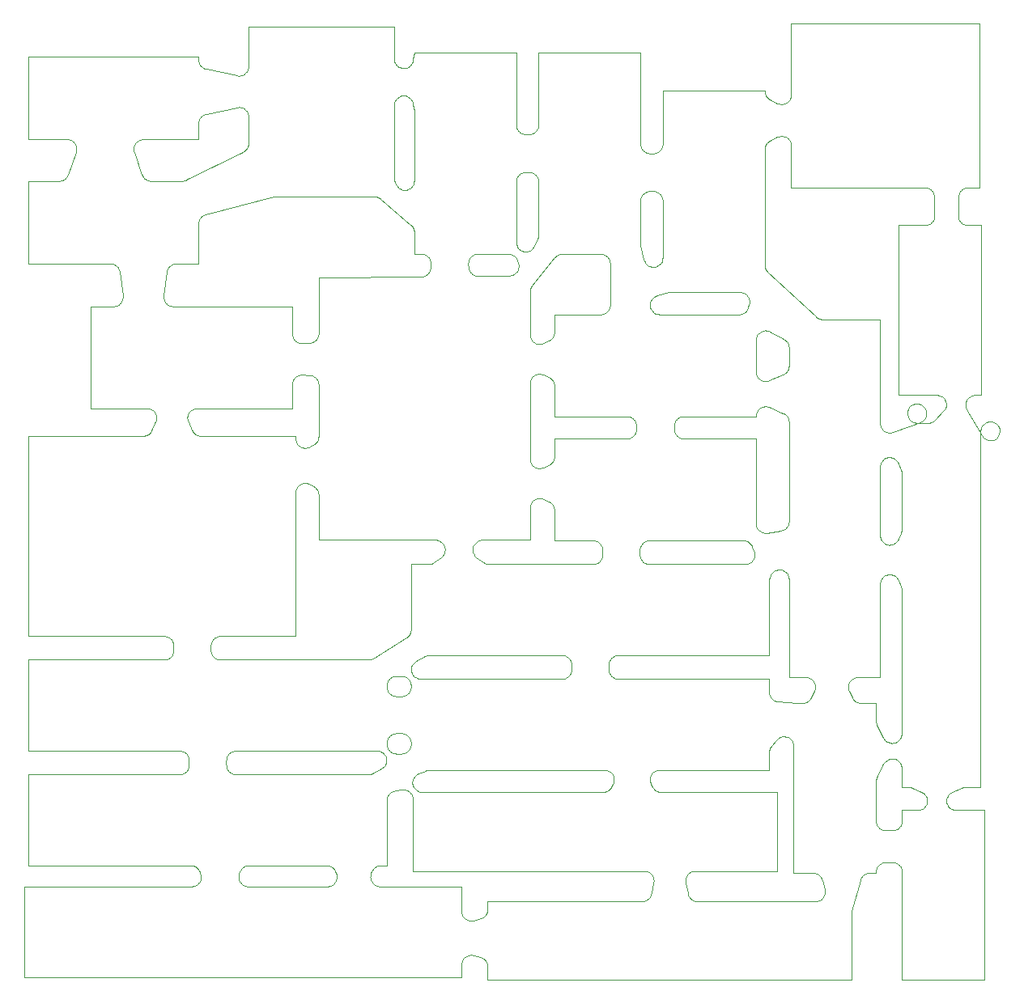
<source format=gko>
%MOIN*%
%OFA0B0*%
%FSLAX44Y44*%
%IPPOS*%
%LPD*%
%ADD10C,0*%
D10*
X00029504Y00017135D02*
X00029504Y00017135D01*
X00025564Y00017135D01*
X00025533Y00017137D01*
X00025502Y00017140D01*
X00025472Y00017146D01*
X00025442Y00017155D01*
X00025413Y00017165D01*
X00025385Y00017178D01*
X00025358Y00017193D01*
X00025332Y00017211D01*
X00025308Y00017230D01*
X00025285Y00017251D01*
X00025264Y00017273D01*
X00025245Y00017298D01*
X00025228Y00017323D01*
X00025213Y00017350D01*
X00025200Y00017378D01*
X00025189Y00017407D01*
X00025181Y00017437D01*
X00025175Y00017467D01*
X00025171Y00017498D01*
X00025170Y00017529D01*
X00025170Y00017716D01*
X00025171Y00017747D01*
X00025175Y00017778D01*
X00025181Y00017808D01*
X00025189Y00017838D01*
X00025200Y00017867D01*
X00025213Y00017895D01*
X00025228Y00017922D01*
X00025245Y00017947D01*
X00025264Y00017972D01*
X00025285Y00017994D01*
X00025308Y00018015D01*
X00025332Y00018035D01*
X00025358Y00018052D01*
X00025385Y00018067D01*
X00025413Y00018080D01*
X00025442Y00018090D01*
X00025472Y00018099D01*
X00025502Y00018105D01*
X00025533Y00018109D01*
X00025564Y00018110D01*
X00029430Y00018110D01*
X00029454Y00018109D01*
X00029477Y00018107D01*
X00029501Y00018103D01*
X00029524Y00018099D01*
X00029546Y00018092D01*
X00029569Y00018085D01*
X00029590Y00018076D01*
X00029612Y00018065D01*
X00029632Y00018054D01*
X00029652Y00018041D01*
X00029671Y00018027D01*
X00029689Y00018013D01*
X00029707Y00017997D01*
X00029723Y00017979D01*
X00029738Y00017962D01*
X00029752Y00017943D01*
X00029765Y00017923D01*
X00029777Y00017903D01*
X00029787Y00017882D01*
X00029797Y00017860D01*
X00029870Y00017673D01*
X00029882Y00017637D01*
X00029891Y00017599D01*
X00029896Y00017561D01*
X00029897Y00017523D01*
X00029895Y00017485D01*
X00029889Y00017447D01*
X00029879Y00017410D01*
X00029866Y00017374D01*
X00029849Y00017340D01*
X00029829Y00017307D01*
X00029806Y00017277D01*
X00029780Y00017249D01*
X00029751Y00017223D01*
X00029721Y00017200D01*
X00029688Y00017181D01*
X00029653Y00017165D01*
X00029617Y00017152D01*
X00029580Y00017143D01*
X00029542Y00017137D01*
X00029504Y00017135D01*
X00035956Y00020873D02*
X00035956Y00020873D01*
X00035956Y00018575D01*
X00035956Y00018568D01*
X00035956Y00018560D01*
X00035955Y00018552D01*
X00035955Y00018544D01*
X00035954Y00018536D01*
X00035953Y00018528D01*
X00035952Y00018520D01*
X00035951Y00018513D01*
X00035950Y00018505D01*
X00035948Y00018497D01*
X00035947Y00018489D01*
X00035945Y00018482D01*
X00035943Y00018474D01*
X00035941Y00018467D01*
X00035939Y00018459D01*
X00035936Y00018452D01*
X00035934Y00018444D01*
X00035931Y00018437D01*
X00035928Y00018429D01*
X00035925Y00018422D01*
X00035819Y00018171D01*
X00035794Y00018123D01*
X00035764Y00018078D01*
X00035727Y00018039D01*
X00035686Y00018004D01*
X00035640Y00017976D01*
X00035590Y00017954D01*
X00035539Y00017939D01*
X00035485Y00017932D01*
X00035431Y00017931D01*
X00035378Y00017938D01*
X00035326Y00017953D01*
X00035276Y00017974D01*
X00035230Y00018002D01*
X00035188Y00018036D01*
X00035151Y00018075D01*
X00035120Y00018119D01*
X00035095Y00018167D01*
X00035077Y00018218D01*
X00035066Y00018270D01*
X00035062Y00018324D01*
X00035062Y00021146D01*
X00035066Y00021200D01*
X00035078Y00021254D01*
X00035096Y00021305D01*
X00035121Y00021353D01*
X00035153Y00021397D01*
X00035191Y00021437D01*
X00035234Y00021471D01*
X00035280Y00021498D01*
X00035331Y00021519D01*
X00035384Y00021533D01*
X00035438Y00021539D01*
X00035492Y00021538D01*
X00035546Y00021529D01*
X00035598Y00021513D01*
X00035647Y00021490D01*
X00035693Y00021460D01*
X00035734Y00021425D01*
X00035770Y00021384D01*
X00035800Y00021338D01*
X00035823Y00021289D01*
X00035929Y00021016D01*
X00035932Y00021009D01*
X00035934Y00021002D01*
X00035937Y00020995D01*
X00035939Y00020988D01*
X00035941Y00020981D01*
X00035943Y00020974D01*
X00035945Y00020967D01*
X00035946Y00020960D01*
X00035948Y00020953D01*
X00035949Y00020945D01*
X00035951Y00020938D01*
X00035952Y00020931D01*
X00035953Y00020924D01*
X00035954Y00020917D01*
X00035954Y00020909D01*
X00035955Y00020902D01*
X00035956Y00020895D01*
X00035956Y00020887D01*
X00035956Y00020880D01*
X00035956Y00020873D01*
X00030498Y00012411D02*
X00030498Y00012411D01*
X00024284Y00012411D01*
X00024253Y00012412D01*
X00024223Y00012416D01*
X00024192Y00012422D01*
X00024163Y00012430D01*
X00024134Y00012441D01*
X00024106Y00012454D01*
X00024079Y00012469D01*
X00024053Y00012486D01*
X00024029Y00012505D01*
X00024006Y00012526D01*
X00023985Y00012549D01*
X00023966Y00012573D01*
X00023949Y00012599D01*
X00023934Y00012626D01*
X00023921Y00012654D01*
X00023910Y00012683D01*
X00023902Y00012713D01*
X00023896Y00012743D01*
X00023892Y00012774D01*
X00023891Y00012805D01*
X00023891Y00012992D01*
X00023892Y00013023D01*
X00023896Y00013053D01*
X00023902Y00013084D01*
X00023910Y00013113D01*
X00023921Y00013142D01*
X00023934Y00013170D01*
X00023949Y00013197D01*
X00023966Y00013223D01*
X00023985Y00013247D01*
X00024006Y00013270D01*
X00024029Y00013291D01*
X00024053Y00013310D01*
X00024079Y00013327D01*
X00024106Y00013342D01*
X00024134Y00013355D01*
X00024163Y00013366D01*
X00024192Y00013374D01*
X00024223Y00013380D01*
X00024253Y00013384D01*
X00024284Y00013385D01*
X00030498Y00013385D01*
X00030498Y00016396D01*
X00030498Y00016400D01*
X00030498Y00016404D01*
X00030498Y00016408D01*
X00030498Y00016412D01*
X00030498Y00016416D01*
X00030498Y00016421D01*
X00030499Y00016425D01*
X00030499Y00016429D01*
X00030499Y00016433D01*
X00030500Y00016437D01*
X00030500Y00016441D01*
X00030501Y00016446D01*
X00030501Y00016450D01*
X00030502Y00016454D01*
X00030503Y00016458D01*
X00030503Y00016462D01*
X00030504Y00016466D01*
X00030505Y00016470D01*
X00030506Y00016475D01*
X00030506Y00016479D01*
X00030534Y00016606D01*
X00030550Y00016662D01*
X00030574Y00016714D01*
X00030606Y00016762D01*
X00030644Y00016805D01*
X00030688Y00016842D01*
X00030737Y00016872D01*
X00030790Y00016895D01*
X00030846Y00016910D01*
X00030903Y00016917D01*
X00030961Y00016915D01*
X00031017Y00016904D01*
X00031072Y00016886D01*
X00031123Y00016860D01*
X00031170Y00016826D01*
X00031212Y00016786D01*
X00031247Y00016741D01*
X00031275Y00016691D01*
X00031296Y00016637D01*
X00031308Y00016581D01*
X00031312Y00016523D01*
X00031312Y00012478D01*
X00032002Y00012478D01*
X00032041Y00012476D01*
X00032080Y00012470D01*
X00032119Y00012460D01*
X00032156Y00012446D01*
X00032191Y00012429D01*
X00032225Y00012408D01*
X00032256Y00012384D01*
X00032285Y00012357D01*
X00032311Y00012328D01*
X00032334Y00012295D01*
X00032354Y00012261D01*
X00032369Y00012225D01*
X00032382Y00012187D01*
X00032390Y00012149D01*
X00032395Y00012109D01*
X00032395Y00012070D01*
X00032392Y00012030D01*
X00032384Y00011992D01*
X00032373Y00011954D01*
X00032358Y00011917D01*
X00032230Y00011644D01*
X00032220Y00011624D01*
X00032209Y00011604D01*
X00032197Y00011586D01*
X00032184Y00011568D01*
X00032169Y00011551D01*
X00032154Y00011534D01*
X00032138Y00011519D01*
X00032121Y00011504D01*
X00032103Y00011491D01*
X00032085Y00011478D01*
X00032066Y00011467D01*
X00032046Y00011457D01*
X00032026Y00011447D01*
X00032005Y00011439D01*
X00031984Y00011433D01*
X00031962Y00011427D01*
X00031940Y00011422D01*
X00031918Y00011419D01*
X00031896Y00011417D01*
X00031874Y00011417D01*
X00031692Y00011417D01*
X00031690Y00011417D01*
X00031689Y00011417D01*
X00031687Y00011417D01*
X00031686Y00011417D01*
X00031684Y00011417D01*
X00031683Y00011417D01*
X00031681Y00011417D01*
X00031680Y00011417D01*
X00031678Y00011417D01*
X00031677Y00011417D01*
X00031675Y00011417D01*
X00031674Y00011417D01*
X00031672Y00011417D01*
X00031671Y00011417D01*
X00031669Y00011417D01*
X00031668Y00011418D01*
X00031666Y00011418D01*
X00031665Y00011418D01*
X00031663Y00011418D01*
X00031662Y00011418D01*
X00030861Y00011479D01*
X00030832Y00011482D01*
X00030803Y00011488D01*
X00030775Y00011495D01*
X00030747Y00011505D01*
X00030720Y00011517D01*
X00030694Y00011531D01*
X00030669Y00011546D01*
X00030646Y00011564D01*
X00030623Y00011583D01*
X00030602Y00011604D01*
X00030583Y00011626D01*
X00030566Y00011650D01*
X00030550Y00011675D01*
X00030536Y00011701D01*
X00030525Y00011728D01*
X00030515Y00011756D01*
X00030507Y00011784D01*
X00030502Y00011813D01*
X00030499Y00011842D01*
X00030498Y00011872D01*
X00030498Y00012411D01*
X00034896Y00006563D02*
X00034896Y00006563D01*
X00034896Y00008184D01*
X00034896Y00008194D01*
X00034896Y00008203D01*
X00034897Y00008212D01*
X00034897Y00008221D01*
X00034898Y00008230D01*
X00034899Y00008239D01*
X00034901Y00008248D01*
X00034902Y00008257D01*
X00034904Y00008266D01*
X00034906Y00008275D01*
X00034908Y00008284D01*
X00034911Y00008292D01*
X00034913Y00008301D01*
X00034916Y00008310D01*
X00034919Y00008318D01*
X00034922Y00008327D01*
X00034926Y00008335D01*
X00034929Y00008344D01*
X00034933Y00008352D01*
X00034937Y00008360D01*
X00035210Y00008908D01*
X00035237Y00008953D01*
X00035269Y00008995D01*
X00035307Y00009031D01*
X00035349Y00009063D01*
X00035395Y00009088D01*
X00035445Y00009107D01*
X00035496Y00009120D01*
X00035548Y00009125D01*
X00035601Y00009124D01*
X00035653Y00009115D01*
X00035703Y00009100D01*
X00035751Y00009077D01*
X00035795Y00009049D01*
X00035836Y00009015D01*
X00035871Y00008976D01*
X00035901Y00008933D01*
X00035925Y00008886D01*
X00035942Y00008836D01*
X00035953Y00008784D01*
X00035956Y00008732D01*
X00035956Y00007954D01*
X00036223Y00007954D01*
X00036231Y00007954D01*
X00036239Y00007954D01*
X00036247Y00007953D01*
X00036255Y00007953D01*
X00036263Y00007952D01*
X00036271Y00007951D01*
X00036279Y00007950D01*
X00036287Y00007949D01*
X00036295Y00007948D01*
X00036303Y00007946D01*
X00036311Y00007944D01*
X00036319Y00007942D01*
X00036327Y00007940D01*
X00036334Y00007938D01*
X00036342Y00007936D01*
X00036350Y00007933D01*
X00036357Y00007930D01*
X00036365Y00007928D01*
X00036373Y00007925D01*
X00036380Y00007921D01*
X00036764Y00007754D01*
X00036812Y00007729D01*
X00036855Y00007698D01*
X00036895Y00007662D01*
X00036929Y00007620D01*
X00036956Y00007574D01*
X00036978Y00007525D01*
X00036992Y00007473D01*
X00036999Y00007420D01*
X00036999Y00007366D01*
X00036992Y00007313D01*
X00036978Y00007261D01*
X00036956Y00007212D01*
X00036928Y00007166D01*
X00036894Y00007124D01*
X00036855Y00007088D01*
X00036811Y00007057D01*
X00036763Y00007032D01*
X00036713Y00007014D01*
X00036660Y00007003D01*
X00036607Y00007000D01*
X00035970Y00007000D01*
X00035970Y00006563D01*
X00035968Y00006532D01*
X00035965Y00006502D01*
X00035959Y00006471D01*
X00035950Y00006442D01*
X00035940Y00006413D01*
X00035927Y00006385D01*
X00035912Y00006358D01*
X00035894Y00006332D01*
X00035875Y00006308D01*
X00035854Y00006285D01*
X00035832Y00006264D01*
X00035807Y00006245D01*
X00035782Y00006228D01*
X00035755Y00006212D01*
X00035727Y00006200D01*
X00035698Y00006189D01*
X00035668Y00006180D01*
X00035637Y00006174D01*
X00035607Y00006171D01*
X00035576Y00006170D01*
X00035289Y00006170D01*
X00035258Y00006171D01*
X00035228Y00006174D01*
X00035197Y00006180D01*
X00035168Y00006189D01*
X00035139Y00006200D01*
X00035111Y00006212D01*
X00035084Y00006228D01*
X00035058Y00006245D01*
X00035034Y00006264D01*
X00035011Y00006285D01*
X00034990Y00006308D01*
X00034971Y00006332D01*
X00034954Y00006358D01*
X00034938Y00006385D01*
X00034926Y00006413D01*
X00034915Y00006442D01*
X00034906Y00006471D01*
X00034900Y00006502D01*
X00034897Y00006532D01*
X00034896Y00006563D01*
X00031496Y00009646D02*
X00031496Y00009646D01*
X00031496Y00004417D01*
X00032299Y00004417D01*
X00032325Y00004416D01*
X00032350Y00004414D01*
X00032375Y00004409D01*
X00032400Y00004404D01*
X00032424Y00004396D01*
X00032448Y00004388D01*
X00032471Y00004377D01*
X00032494Y00004365D01*
X00032516Y00004352D01*
X00032536Y00004337D01*
X00032556Y00004321D01*
X00032575Y00004304D01*
X00032593Y00004286D01*
X00032609Y00004266D01*
X00032624Y00004246D01*
X00032638Y00004225D01*
X00032650Y00004202D01*
X00032661Y00004179D01*
X00032670Y00004156D01*
X00032678Y00004131D01*
X00032787Y00003751D01*
X00032795Y00003716D01*
X00032800Y00003680D01*
X00032802Y00003644D01*
X00032800Y00003607D01*
X00032795Y00003571D01*
X00032787Y00003536D01*
X00032775Y00003501D01*
X00032761Y00003468D01*
X00032743Y00003436D01*
X00032722Y00003406D01*
X00032699Y00003378D01*
X00032673Y00003352D01*
X00032645Y00003329D01*
X00032615Y00003309D01*
X00032584Y00003291D01*
X00032550Y00003276D01*
X00032516Y00003265D01*
X00032480Y00003256D01*
X00032444Y00003251D01*
X00032408Y00003249D01*
X00027535Y00003249D01*
X00027508Y00003250D01*
X00027481Y00003253D01*
X00027455Y00003258D01*
X00027429Y00003264D01*
X00027403Y00003272D01*
X00027378Y00003282D01*
X00027354Y00003294D01*
X00027330Y00003307D01*
X00027308Y00003322D01*
X00027286Y00003338D01*
X00027266Y00003356D01*
X00027247Y00003375D01*
X00027229Y00003395D01*
X00027213Y00003417D01*
X00027198Y00003440D01*
X00027185Y00003463D01*
X00027174Y00003488D01*
X00027164Y00003513D01*
X00027156Y00003538D01*
X00027149Y00003565D01*
X00027056Y00004021D01*
X00027051Y00004056D01*
X00027049Y00004090D01*
X00027049Y00004125D01*
X00027053Y00004160D01*
X00027060Y00004194D01*
X00027070Y00004228D01*
X00027082Y00004260D01*
X00027098Y00004291D01*
X00027116Y00004321D01*
X00027137Y00004349D01*
X00027160Y00004375D01*
X00027186Y00004399D01*
X00027213Y00004420D01*
X00027243Y00004439D01*
X00027273Y00004456D01*
X00027305Y00004469D01*
X00027339Y00004480D01*
X00027373Y00004487D01*
X00027407Y00004492D01*
X00027442Y00004494D01*
X00030828Y00004494D01*
X00030828Y00007744D01*
X00026051Y00007744D01*
X00026029Y00007744D01*
X00026008Y00007746D01*
X00025986Y00007749D01*
X00025964Y00007753D01*
X00025943Y00007759D01*
X00025922Y00007765D01*
X00025902Y00007773D01*
X00025882Y00007782D01*
X00025862Y00007792D01*
X00025843Y00007803D01*
X00025825Y00007815D01*
X00025808Y00007828D01*
X00025791Y00007842D01*
X00025775Y00007857D01*
X00025760Y00007873D01*
X00025745Y00007890D01*
X00025732Y00007907D01*
X00025720Y00007925D01*
X00025708Y00007944D01*
X00025698Y00007963D01*
X00025634Y00008093D01*
X00025618Y00008130D01*
X00025606Y00008168D01*
X00025598Y00008207D01*
X00025594Y00008247D01*
X00025594Y00008287D01*
X00025598Y00008326D01*
X00025606Y00008365D01*
X00025618Y00008404D01*
X00025634Y00008440D01*
X00025653Y00008475D01*
X00025676Y00008508D01*
X00025702Y00008538D01*
X00025731Y00008566D01*
X00025762Y00008590D01*
X00025796Y00008611D01*
X00025832Y00008629D01*
X00025869Y00008643D01*
X00025908Y00008653D01*
X00025947Y00008659D01*
X00025987Y00008661D01*
X00030498Y00008661D01*
X00030498Y00009387D01*
X00030498Y00009401D01*
X00030498Y00009414D01*
X00030500Y00009428D01*
X00030501Y00009441D01*
X00030503Y00009454D01*
X00030506Y00009467D01*
X00030509Y00009481D01*
X00030512Y00009494D01*
X00030516Y00009506D01*
X00030520Y00009519D01*
X00030525Y00009532D01*
X00030530Y00009544D01*
X00030536Y00009557D01*
X00030542Y00009569D01*
X00030548Y00009580D01*
X00030555Y00009592D01*
X00030562Y00009603D01*
X00030570Y00009614D01*
X00030578Y00009625D01*
X00030586Y00009636D01*
X00030797Y00009895D01*
X00030829Y00009930D01*
X00030866Y00009961D01*
X00030907Y00009988D01*
X00030950Y00010009D01*
X00030996Y00010025D01*
X00031043Y00010035D01*
X00031091Y00010040D01*
X00031140Y00010038D01*
X00031187Y00010030D01*
X00031234Y00010017D01*
X00031278Y00009998D01*
X00031320Y00009974D01*
X00031359Y00009944D01*
X00031393Y00009911D01*
X00031424Y00009873D01*
X00031449Y00009832D01*
X00031469Y00009788D01*
X00031484Y00009742D01*
X00031493Y00009694D01*
X00031496Y00009646D01*
X00019752Y00029921D02*
X00019752Y00029921D01*
X00019776Y00029920D01*
X00019800Y00029918D01*
X00019824Y00029914D01*
X00019847Y00029909D01*
X00019870Y00029903D01*
X00019893Y00029895D01*
X00019915Y00029886D01*
X00019936Y00029875D01*
X00019957Y00029863D01*
X00019977Y00029850D01*
X00019997Y00029836D01*
X00020015Y00029820D01*
X00020032Y00029804D01*
X00020049Y00029786D01*
X00020064Y00029768D01*
X00020078Y00029748D01*
X00020091Y00029728D01*
X00020102Y00029707D01*
X00020113Y00029685D01*
X00020122Y00029663D01*
X00020161Y00029555D01*
X00020173Y00029519D01*
X00020181Y00029482D01*
X00020185Y00029445D01*
X00020185Y00029407D01*
X00020183Y00029370D01*
X00020176Y00029333D01*
X00020166Y00029296D01*
X00020153Y00029261D01*
X00020136Y00029227D01*
X00020116Y00029196D01*
X00020093Y00029166D01*
X00020068Y00029138D01*
X00020040Y00029113D01*
X00020009Y00029091D01*
X00019977Y00029071D01*
X00019943Y00029055D01*
X00019908Y00029043D01*
X00019871Y00029033D01*
X00019834Y00029027D01*
X00019796Y00029025D01*
X00018517Y00029010D01*
X00018488Y00029011D01*
X00018459Y00029014D01*
X00018430Y00029019D01*
X00018402Y00029026D01*
X00018374Y00029036D01*
X00018347Y00029047D01*
X00018321Y00029060D01*
X00018296Y00029076D01*
X00018272Y00029093D01*
X00018250Y00029111D01*
X00018229Y00029132D01*
X00018209Y00029153D01*
X00018191Y00029177D01*
X00018175Y00029201D01*
X00018161Y00029227D01*
X00018149Y00029253D01*
X00018139Y00029281D01*
X00018131Y00029309D01*
X00018125Y00029338D01*
X00018121Y00029367D01*
X00018109Y00029489D01*
X00018107Y00029522D01*
X00018108Y00029555D01*
X00018112Y00029588D01*
X00018118Y00029620D01*
X00018127Y00029651D01*
X00018139Y00029682D01*
X00018153Y00029712D01*
X00018170Y00029740D01*
X00018189Y00029767D01*
X00018210Y00029792D01*
X00018233Y00029815D01*
X00018257Y00029836D01*
X00018284Y00029856D01*
X00018312Y00029873D01*
X00018342Y00029887D01*
X00018372Y00029899D01*
X00018404Y00029909D01*
X00018436Y00029915D01*
X00018468Y00029919D01*
X00018501Y00029921D01*
X00019752Y00029921D01*
X00020996Y00030701D02*
X00020996Y00030701D01*
X00020996Y00030693D01*
X00020996Y00030684D01*
X00020996Y00030676D01*
X00020995Y00030668D01*
X00020994Y00030660D01*
X00020993Y00030652D01*
X00020992Y00030643D01*
X00020991Y00030635D01*
X00020989Y00030627D01*
X00020988Y00030619D01*
X00020986Y00030611D01*
X00020984Y00030603D01*
X00020982Y00030595D01*
X00020980Y00030587D01*
X00020977Y00030579D01*
X00020974Y00030571D01*
X00020972Y00030564D01*
X00020969Y00030556D01*
X00020966Y00030548D01*
X00020962Y00030541D01*
X00020832Y00030247D01*
X00020807Y00030200D01*
X00020775Y00030156D01*
X00020738Y00030118D01*
X00020697Y00030084D01*
X00020651Y00030057D01*
X00020601Y00030036D01*
X00020550Y00030021D01*
X00020497Y00030014D01*
X00020443Y00030015D01*
X00020390Y00030022D01*
X00020339Y00030037D01*
X00020290Y00030059D01*
X00020244Y00030086D01*
X00020202Y00030120D01*
X00020166Y00030160D01*
X00020135Y00030203D01*
X00020111Y00030251D01*
X00020093Y00030302D01*
X00020082Y00030354D01*
X00020078Y00030407D01*
X00020078Y00032898D01*
X00020079Y00032928D01*
X00020083Y00032959D01*
X00020089Y00032989D01*
X00020098Y00033019D01*
X00020108Y00033048D01*
X00020121Y00033076D01*
X00020136Y00033103D01*
X00020153Y00033129D01*
X00020173Y00033153D01*
X00020194Y00033176D01*
X00020216Y00033197D01*
X00020241Y00033216D01*
X00020266Y00033233D01*
X00020293Y00033248D01*
X00020321Y00033261D01*
X00020350Y00033272D01*
X00020380Y00033280D01*
X00020410Y00033286D01*
X00020441Y00033290D01*
X00020472Y00033291D01*
X00020603Y00033291D01*
X00020634Y00033290D01*
X00020664Y00033286D01*
X00020695Y00033280D01*
X00020724Y00033272D01*
X00020753Y00033261D01*
X00020781Y00033248D01*
X00020808Y00033233D01*
X00020834Y00033216D01*
X00020858Y00033197D01*
X00020881Y00033176D01*
X00020902Y00033153D01*
X00020921Y00033129D01*
X00020938Y00033103D01*
X00020953Y00033076D01*
X00020966Y00033048D01*
X00020977Y00033019D01*
X00020985Y00032989D01*
X00020992Y00032959D01*
X00020995Y00032928D01*
X00020996Y00032898D01*
X00020996Y00030701D01*
X00020645Y00019463D02*
X00020645Y00019463D01*
X00020647Y00019503D01*
X00020653Y00019542D01*
X00020663Y00019580D01*
X00020677Y00019617D01*
X00020694Y00019653D01*
X00020715Y00019687D01*
X00020739Y00019718D01*
X00020766Y00019747D01*
X00020796Y00019773D01*
X00020829Y00019796D01*
X00020863Y00019815D01*
X00020899Y00019831D01*
X00020937Y00019843D01*
X00020976Y00019852D01*
X00021015Y00019856D01*
X00021055Y00019856D01*
X00021094Y00019853D01*
X00021133Y00019845D01*
X00021171Y00019834D01*
X00021208Y00019819D01*
X00021428Y00019714D01*
X00021448Y00019704D01*
X00021467Y00019693D01*
X00021486Y00019681D01*
X00021503Y00019667D01*
X00021520Y00019653D01*
X00021537Y00019638D01*
X00021552Y00019622D01*
X00021566Y00019605D01*
X00021580Y00019587D01*
X00021592Y00019569D01*
X00021603Y00019550D01*
X00021614Y00019530D01*
X00021623Y00019510D01*
X00021631Y00019489D01*
X00021638Y00019468D01*
X00021643Y00019446D01*
X00021647Y00019425D01*
X00021651Y00019403D01*
X00021652Y00019381D01*
X00021653Y00019358D01*
X00021653Y00018110D01*
X00023240Y00018110D01*
X00023271Y00018109D01*
X00023302Y00018105D01*
X00023332Y00018099D01*
X00023362Y00018090D01*
X00023391Y00018080D01*
X00023419Y00018067D01*
X00023446Y00018052D01*
X00023471Y00018035D01*
X00023496Y00018015D01*
X00023518Y00017994D01*
X00023539Y00017972D01*
X00023559Y00017947D01*
X00023576Y00017922D01*
X00023591Y00017895D01*
X00023604Y00017867D01*
X00023614Y00017838D01*
X00023623Y00017808D01*
X00023629Y00017778D01*
X00023633Y00017747D01*
X00023634Y00017716D01*
X00023634Y00017529D01*
X00023633Y00017498D01*
X00023629Y00017467D01*
X00023623Y00017437D01*
X00023614Y00017407D01*
X00023604Y00017378D01*
X00023591Y00017350D01*
X00023576Y00017323D01*
X00023559Y00017298D01*
X00023539Y00017273D01*
X00023518Y00017251D01*
X00023496Y00017230D01*
X00023471Y00017211D01*
X00023446Y00017193D01*
X00023419Y00017178D01*
X00023391Y00017165D01*
X00023362Y00017155D01*
X00023332Y00017146D01*
X00023302Y00017140D01*
X00023271Y00017137D01*
X00023240Y00017135D01*
X00018962Y00017135D01*
X00018949Y00017136D01*
X00018937Y00017136D01*
X00018924Y00017137D01*
X00018911Y00017139D01*
X00018899Y00017140D01*
X00018886Y00017143D01*
X00018874Y00017145D01*
X00018862Y00017148D01*
X00018850Y00017152D01*
X00018837Y00017156D01*
X00018826Y00017160D01*
X00018814Y00017164D01*
X00018802Y00017169D01*
X00018791Y00017175D01*
X00018779Y00017180D01*
X00018768Y00017186D01*
X00018757Y00017193D01*
X00018747Y00017199D01*
X00018736Y00017207D01*
X00018726Y00017214D01*
X00018443Y00017426D01*
X00018405Y00017458D01*
X00018372Y00017494D01*
X00018344Y00017534D01*
X00018321Y00017578D01*
X00018303Y00017624D01*
X00018291Y00017671D01*
X00018286Y00017720D01*
X00018286Y00017769D01*
X00018293Y00017818D01*
X00018305Y00017866D01*
X00018324Y00017911D01*
X00018348Y00017954D01*
X00018377Y00017994D01*
X00018411Y00018029D01*
X00018449Y00018061D01*
X00018490Y00018087D01*
X00018535Y00018108D01*
X00018581Y00018123D01*
X00018630Y00018132D01*
X00018679Y00018135D01*
X00020645Y00018135D01*
X00020645Y00019463D01*
X00020645Y00024581D02*
X00020645Y00024581D01*
X00020647Y00024621D01*
X00020653Y00024660D01*
X00020663Y00024698D01*
X00020677Y00024736D01*
X00020694Y00024771D01*
X00020715Y00024805D01*
X00020739Y00024836D01*
X00020766Y00024865D01*
X00020796Y00024891D01*
X00020829Y00024914D01*
X00020863Y00024933D01*
X00020899Y00024949D01*
X00020937Y00024961D01*
X00020976Y00024970D01*
X00021015Y00024974D01*
X00021055Y00024975D01*
X00021094Y00024971D01*
X00021133Y00024963D01*
X00021171Y00024952D01*
X00021208Y00024937D01*
X00021428Y00024832D01*
X00021448Y00024822D01*
X00021467Y00024811D01*
X00021486Y00024799D01*
X00021503Y00024785D01*
X00021520Y00024771D01*
X00021537Y00024756D01*
X00021552Y00024740D01*
X00021566Y00024723D01*
X00021580Y00024705D01*
X00021592Y00024687D01*
X00021603Y00024668D01*
X00021614Y00024648D01*
X00021623Y00024628D01*
X00021631Y00024607D01*
X00021638Y00024586D01*
X00021643Y00024565D01*
X00021647Y00024543D01*
X00021651Y00024521D01*
X00021652Y00024499D01*
X00021653Y00024476D01*
X00021653Y00023228D01*
X00024630Y00023228D01*
X00024661Y00023227D01*
X00024691Y00023223D01*
X00024722Y00023217D01*
X00024751Y00023209D01*
X00024780Y00023198D01*
X00024809Y00023185D01*
X00024836Y00023170D01*
X00024861Y00023153D01*
X00024886Y00023134D01*
X00024908Y00023113D01*
X00024929Y00023090D01*
X00024948Y00023066D01*
X00024965Y00023040D01*
X00024981Y00023013D01*
X00024994Y00022985D01*
X00025004Y00022956D01*
X00025013Y00022926D01*
X00025019Y00022896D01*
X00025022Y00022865D01*
X00025024Y00022834D01*
X00025024Y00022703D01*
X00025022Y00022673D01*
X00025019Y00022642D01*
X00025013Y00022612D01*
X00025004Y00022582D01*
X00024994Y00022553D01*
X00024981Y00022525D01*
X00024965Y00022498D01*
X00024948Y00022472D01*
X00024929Y00022448D01*
X00024908Y00022425D01*
X00024886Y00022404D01*
X00024861Y00022385D01*
X00024836Y00022368D01*
X00024809Y00022353D01*
X00024780Y00022340D01*
X00024751Y00022329D01*
X00024722Y00022321D01*
X00024691Y00022315D01*
X00024661Y00022311D01*
X00024630Y00022310D01*
X00021653Y00022310D01*
X00021653Y00021585D01*
X00021652Y00021563D01*
X00021651Y00021541D01*
X00021647Y00021519D01*
X00021643Y00021497D01*
X00021638Y00021476D01*
X00021631Y00021455D01*
X00021623Y00021434D01*
X00021614Y00021414D01*
X00021603Y00021394D01*
X00021592Y00021375D01*
X00021580Y00021357D01*
X00021566Y00021339D01*
X00021552Y00021322D01*
X00021537Y00021306D01*
X00021520Y00021291D01*
X00021503Y00021277D01*
X00021486Y00021263D01*
X00021467Y00021251D01*
X00021448Y00021240D01*
X00021428Y00021230D01*
X00021208Y00021125D01*
X00021171Y00021110D01*
X00021133Y00021099D01*
X00021094Y00021091D01*
X00021055Y00021087D01*
X00021015Y00021088D01*
X00020976Y00021092D01*
X00020937Y00021100D01*
X00020899Y00021113D01*
X00020863Y00021129D01*
X00020829Y00021148D01*
X00020796Y00021171D01*
X00020766Y00021197D01*
X00020739Y00021226D01*
X00020715Y00021257D01*
X00020694Y00021291D01*
X00020677Y00021326D01*
X00020663Y00021364D01*
X00020653Y00021402D01*
X00020647Y00021441D01*
X00020645Y00021481D01*
X00020645Y00024581D01*
X00005043Y00032927D02*
X00005043Y00032927D01*
X00005019Y00032928D01*
X00004994Y00032930D01*
X00004970Y00032934D01*
X00004946Y00032939D01*
X00004923Y00032946D01*
X00004900Y00032954D01*
X00004877Y00032964D01*
X00004856Y00032975D01*
X00004834Y00032987D01*
X00004814Y00033000D01*
X00004795Y00033015D01*
X00004776Y00033031D01*
X00004759Y00033048D01*
X00004742Y00033066D01*
X00004727Y00033086D01*
X00004713Y00033106D01*
X00004701Y00033126D01*
X00004689Y00033148D01*
X00004679Y00033170D01*
X00004671Y00033193D01*
X00004351Y00034124D01*
X00004341Y00034160D01*
X00004334Y00034196D01*
X00004331Y00034234D01*
X00004331Y00034271D01*
X00004334Y00034308D01*
X00004341Y00034345D01*
X00004352Y00034381D01*
X00004366Y00034416D01*
X00004383Y00034449D01*
X00004404Y00034480D01*
X00004427Y00034510D01*
X00004453Y00034537D01*
X00004481Y00034561D01*
X00004511Y00034583D01*
X00004544Y00034602D01*
X00004578Y00034617D01*
X00004613Y00034629D01*
X00004650Y00034638D01*
X00004687Y00034643D01*
X00004724Y00034645D01*
X00007000Y00034645D01*
X00007000Y00035304D01*
X00007000Y00035330D01*
X00007003Y00035357D01*
X00007008Y00035384D01*
X00007014Y00035410D01*
X00007022Y00035435D01*
X00007032Y00035460D01*
X00007043Y00035484D01*
X00007057Y00035508D01*
X00007071Y00035530D01*
X00007087Y00035552D01*
X00007105Y00035572D01*
X00007124Y00035591D01*
X00007144Y00035608D01*
X00007165Y00035625D01*
X00007188Y00035639D01*
X00007211Y00035653D01*
X00007235Y00035664D01*
X00007260Y00035674D01*
X00007286Y00035682D01*
X00007312Y00035689D01*
X00008579Y00035957D01*
X00008614Y00035963D01*
X00008649Y00035966D01*
X00008684Y00035965D01*
X00008719Y00035961D01*
X00008753Y00035955D01*
X00008787Y00035945D01*
X00008819Y00035932D01*
X00008851Y00035917D01*
X00008881Y00035899D01*
X00008909Y00035878D01*
X00008935Y00035855D01*
X00008959Y00035829D01*
X00008981Y00035802D01*
X00009000Y00035772D01*
X00009016Y00035741D01*
X00009030Y00035709D01*
X00009041Y00035676D01*
X00009048Y00035642D01*
X00009053Y00035607D01*
X00009055Y00035572D01*
X00009055Y00034481D01*
X00009054Y00034459D01*
X00009052Y00034437D01*
X00009049Y00034415D01*
X00009045Y00034394D01*
X00009040Y00034373D01*
X00009033Y00034352D01*
X00009025Y00034331D01*
X00009016Y00034311D01*
X00009006Y00034292D01*
X00008995Y00034273D01*
X00008983Y00034255D01*
X00008970Y00034237D01*
X00008956Y00034220D01*
X00008941Y00034204D01*
X00008926Y00034189D01*
X00008909Y00034175D01*
X00008892Y00034162D01*
X00008873Y00034149D01*
X00008855Y00034138D01*
X00008835Y00034128D01*
X00006489Y00032968D01*
X00006481Y00032964D01*
X00006473Y00032960D01*
X00006464Y00032957D01*
X00006456Y00032953D01*
X00006448Y00032950D01*
X00006439Y00032947D01*
X00006430Y00032944D01*
X00006422Y00032942D01*
X00006413Y00032940D01*
X00006404Y00032937D01*
X00006395Y00032935D01*
X00006387Y00032934D01*
X00006378Y00032932D01*
X00006369Y00032931D01*
X00006360Y00032930D01*
X00006351Y00032929D01*
X00006342Y00032928D01*
X00006333Y00032927D01*
X00006324Y00032927D01*
X00006315Y00032927D01*
X00005043Y00032927D01*
X00014240Y00032283D02*
X00014240Y00032283D01*
X00014254Y00032283D01*
X00014268Y00032282D01*
X00014282Y00032281D01*
X00014296Y00032279D01*
X00014309Y00032277D01*
X00014323Y00032274D01*
X00014336Y00032271D01*
X00014350Y00032267D01*
X00014363Y00032263D01*
X00014376Y00032259D01*
X00014389Y00032254D01*
X00014402Y00032248D01*
X00014414Y00032242D01*
X00014427Y00032236D01*
X00014439Y00032229D01*
X00014451Y00032222D01*
X00014462Y00032214D01*
X00014474Y00032206D01*
X00014485Y00032198D01*
X00014495Y00032189D01*
X00015740Y00031131D01*
X00015752Y00031120D01*
X00015765Y00031108D01*
X00015776Y00031095D01*
X00015787Y00031082D01*
X00015798Y00031069D01*
X00015808Y00031055D01*
X00015817Y00031041D01*
X00015826Y00031026D01*
X00015834Y00031011D01*
X00015842Y00030996D01*
X00015849Y00030981D01*
X00015855Y00030965D01*
X00015860Y00030948D01*
X00015865Y00030932D01*
X00015869Y00030916D01*
X00015872Y00030899D01*
X00015875Y00030882D01*
X00015877Y00030865D01*
X00015878Y00030848D01*
X00015878Y00030831D01*
X00015878Y00029921D01*
X00016168Y00029921D01*
X00016200Y00029919D01*
X00016232Y00029915D01*
X00016264Y00029909D01*
X00016295Y00029900D01*
X00016325Y00029888D01*
X00016354Y00029874D01*
X00016382Y00029858D01*
X00016408Y00029839D01*
X00016433Y00029818D01*
X00016456Y00029796D01*
X00016477Y00029771D01*
X00016496Y00029745D01*
X00016513Y00029717D01*
X00016527Y00029688D01*
X00016539Y00029658D01*
X00016549Y00029628D01*
X00016556Y00029596D01*
X00016560Y00029564D01*
X00016562Y00029532D01*
X00016561Y00029499D01*
X00016550Y00029349D01*
X00016547Y00029320D01*
X00016542Y00029292D01*
X00016534Y00029263D01*
X00016525Y00029235D01*
X00016513Y00029209D01*
X00016500Y00029183D01*
X00016484Y00029158D01*
X00016467Y00029134D01*
X00016448Y00029112D01*
X00016428Y00029091D01*
X00016406Y00029071D01*
X00016382Y00029054D01*
X00016358Y00029038D01*
X00016332Y00029024D01*
X00016305Y00029012D01*
X00016277Y00029002D01*
X00016249Y00028994D01*
X00016220Y00028988D01*
X00016191Y00028985D01*
X00016162Y00028983D01*
X00011945Y00028935D01*
X00011945Y00026646D01*
X00011944Y00026616D01*
X00011941Y00026587D01*
X00011935Y00026557D01*
X00011927Y00026528D01*
X00011917Y00026500D01*
X00011905Y00026473D01*
X00011891Y00026446D01*
X00011874Y00026421D01*
X00011856Y00026397D01*
X00011837Y00026375D01*
X00011815Y00026354D01*
X00011792Y00026335D01*
X00011768Y00026317D01*
X00011742Y00026302D01*
X00011715Y00026288D01*
X00011688Y00026277D01*
X00011659Y00026268D01*
X00011630Y00026261D01*
X00011601Y00026256D01*
X00011571Y00026253D01*
X00011273Y00026239D01*
X00011241Y00026238D01*
X00011210Y00026241D01*
X00011178Y00026245D01*
X00011147Y00026253D01*
X00011117Y00026263D01*
X00011087Y00026275D01*
X00011059Y00026290D01*
X00011032Y00026307D01*
X00011006Y00026326D01*
X00010982Y00026347D01*
X00010960Y00026369D01*
X00010940Y00026394D01*
X00010922Y00026420D01*
X00010906Y00026448D01*
X00010892Y00026477D01*
X00010881Y00026506D01*
X00010872Y00026537D01*
X00010865Y00026568D01*
X00010861Y00026600D01*
X00010860Y00026632D01*
X00010860Y00027761D01*
X00005958Y00027761D01*
X00005924Y00027762D01*
X00005891Y00027767D01*
X00005858Y00027774D01*
X00005826Y00027784D01*
X00005795Y00027796D01*
X00005765Y00027811D01*
X00005737Y00027829D01*
X00005710Y00027849D01*
X00005685Y00027871D01*
X00005661Y00027895D01*
X00005640Y00027921D01*
X00005622Y00027949D01*
X00005606Y00027978D01*
X00005592Y00028009D01*
X00005581Y00028041D01*
X00005572Y00028073D01*
X00005567Y00028106D01*
X00005564Y00028140D01*
X00005564Y00028173D01*
X00005567Y00028206D01*
X00005697Y00029185D01*
X00005702Y00029213D01*
X00005709Y00029241D01*
X00005718Y00029268D01*
X00005728Y00029294D01*
X00005741Y00029319D01*
X00005755Y00029344D01*
X00005771Y00029367D01*
X00005789Y00029389D01*
X00005808Y00029410D01*
X00005828Y00029430D01*
X00005850Y00029447D01*
X00005873Y00029464D01*
X00005898Y00029478D01*
X00005923Y00029491D01*
X00005949Y00029502D01*
X00005976Y00029511D01*
X00006003Y00029518D01*
X00006031Y00029523D01*
X00006059Y00029526D01*
X00006088Y00029527D01*
X00007000Y00029527D01*
X00007000Y00031171D01*
X00007000Y00031197D01*
X00007003Y00031223D01*
X00007007Y00031248D01*
X00007013Y00031273D01*
X00007021Y00031298D01*
X00007030Y00031323D01*
X00007041Y00031346D01*
X00007053Y00031369D01*
X00007067Y00031391D01*
X00007082Y00031412D01*
X00007099Y00031432D01*
X00007117Y00031451D01*
X00007136Y00031469D01*
X00007156Y00031485D01*
X00007177Y00031500D01*
X00007199Y00031513D01*
X00007222Y00031525D01*
X00007246Y00031536D01*
X00007270Y00031545D01*
X00007295Y00031552D01*
X00010098Y00032271D01*
X00010103Y00032272D01*
X00010108Y00032273D01*
X00010113Y00032274D01*
X00010117Y00032275D01*
X00010122Y00032276D01*
X00010127Y00032277D01*
X00010132Y00032278D01*
X00010137Y00032279D01*
X00010142Y00032279D01*
X00010147Y00032280D01*
X00010152Y00032280D01*
X00010156Y00032281D01*
X00010161Y00032281D01*
X00010166Y00032282D01*
X00010171Y00032282D01*
X00010176Y00032282D01*
X00010181Y00032283D01*
X00010186Y00032283D01*
X00010191Y00032283D01*
X00010196Y00032283D01*
X00014240Y00032283D01*
X00015878Y00032948D02*
X00015878Y00032948D01*
X00015875Y00032894D01*
X00015864Y00032841D01*
X00015846Y00032791D01*
X00015821Y00032743D01*
X00015790Y00032699D01*
X00015753Y00032660D01*
X00015711Y00032626D01*
X00015665Y00032598D01*
X00015616Y00032576D01*
X00015564Y00032562D01*
X00015511Y00032555D01*
X00015457Y00032555D01*
X00015403Y00032562D01*
X00015352Y00032577D01*
X00015302Y00032599D01*
X00015257Y00032627D01*
X00015215Y00032661D01*
X00015178Y00032700D01*
X00015147Y00032744D01*
X00015123Y00032792D01*
X00015087Y00032876D01*
X00015084Y00032884D01*
X00015081Y00032891D01*
X00015078Y00032899D01*
X00015075Y00032906D01*
X00015073Y00032914D01*
X00015070Y00032921D01*
X00015068Y00032929D01*
X00015066Y00032937D01*
X00015064Y00032945D01*
X00015063Y00032952D01*
X00015061Y00032960D01*
X00015060Y00032968D01*
X00015059Y00032976D01*
X00015058Y00032984D01*
X00015057Y00032992D01*
X00015056Y00033000D01*
X00015055Y00033008D01*
X00015055Y00033016D01*
X00015055Y00033024D01*
X00015055Y00033032D01*
X00015055Y00036051D01*
X00015059Y00036109D01*
X00015072Y00036166D01*
X00015093Y00036221D01*
X00015122Y00036272D01*
X00015159Y00036318D01*
X00015201Y00036358D01*
X00015250Y00036391D01*
X00015302Y00036416D01*
X00015358Y00036434D01*
X00015416Y00036443D01*
X00015474Y00036444D01*
X00015532Y00036436D01*
X00015588Y00036419D01*
X00015641Y00036394D01*
X00015690Y00036362D01*
X00015734Y00036322D01*
X00015771Y00036277D01*
X00015801Y00036227D01*
X00015823Y00036172D01*
X00015837Y00036116D01*
X00015873Y00035898D01*
X00015873Y00035895D01*
X00015874Y00035892D01*
X00015874Y00035889D01*
X00015875Y00035885D01*
X00015875Y00035882D01*
X00015876Y00035879D01*
X00015876Y00035876D01*
X00015876Y00035872D01*
X00015877Y00035869D01*
X00015877Y00035866D01*
X00015877Y00035863D01*
X00015877Y00035860D01*
X00015878Y00035856D01*
X00015878Y00035853D01*
X00015878Y00035850D01*
X00015878Y00035847D01*
X00015878Y00035843D01*
X00015878Y00035840D01*
X00015878Y00035837D01*
X00015878Y00035834D01*
X00015878Y00032948D01*
X00031312Y00025315D02*
X00031312Y00025315D01*
X00031312Y00025292D01*
X00031310Y00025269D01*
X00031306Y00025246D01*
X00031302Y00025224D01*
X00031296Y00025201D01*
X00031288Y00025180D01*
X00031280Y00025158D01*
X00031270Y00025137D01*
X00031259Y00025117D01*
X00031247Y00025098D01*
X00031234Y00025079D01*
X00031219Y00025061D01*
X00031204Y00025044D01*
X00031188Y00025027D01*
X00031170Y00025012D01*
X00031152Y00024998D01*
X00031133Y00024985D01*
X00031114Y00024973D01*
X00031093Y00024962D01*
X00031072Y00024952D01*
X00030500Y00024710D01*
X00030464Y00024697D01*
X00030426Y00024687D01*
X00030388Y00024681D01*
X00030349Y00024679D01*
X00030311Y00024680D01*
X00030272Y00024686D01*
X00030234Y00024695D01*
X00030198Y00024708D01*
X00030163Y00024724D01*
X00030129Y00024744D01*
X00030098Y00024767D01*
X00030069Y00024793D01*
X00030043Y00024822D01*
X00030020Y00024853D01*
X00030000Y00024886D01*
X00029983Y00024921D01*
X00029970Y00024958D01*
X00029961Y00024995D01*
X00029955Y00025034D01*
X00029953Y00025072D01*
X00029953Y00026372D01*
X00029955Y00026413D01*
X00029961Y00026453D01*
X00029972Y00026492D01*
X00029986Y00026530D01*
X00030005Y00026566D01*
X00030026Y00026601D01*
X00030052Y00026633D01*
X00030080Y00026662D01*
X00030112Y00026688D01*
X00030145Y00026710D01*
X00030181Y00026729D01*
X00030219Y00026744D01*
X00030258Y00026756D01*
X00030298Y00026763D01*
X00030339Y00026765D01*
X00030380Y00026764D01*
X00030420Y00026759D01*
X00030460Y00026749D01*
X00030498Y00026735D01*
X00030535Y00026718D01*
X00031107Y00026407D01*
X00031125Y00026397D01*
X00031143Y00026385D01*
X00031160Y00026373D01*
X00031176Y00026359D01*
X00031192Y00026345D01*
X00031207Y00026330D01*
X00031221Y00026314D01*
X00031234Y00026298D01*
X00031246Y00026280D01*
X00031257Y00026262D01*
X00031267Y00026244D01*
X00031277Y00026225D01*
X00031285Y00026206D01*
X00031292Y00026186D01*
X00031298Y00026166D01*
X00031303Y00026145D01*
X00031307Y00026124D01*
X00031310Y00026103D01*
X00031312Y00026082D01*
X00031312Y00026061D01*
X00031312Y00025315D01*
X00032682Y00027228D02*
X00032682Y00027228D01*
X00032667Y00027228D01*
X00032653Y00027229D01*
X00032638Y00027230D01*
X00032623Y00027232D01*
X00032609Y00027235D01*
X00032594Y00027238D01*
X00032580Y00027241D01*
X00032566Y00027245D01*
X00032552Y00027250D01*
X00032538Y00027255D01*
X00032524Y00027261D01*
X00032511Y00027267D01*
X00032497Y00027274D01*
X00032485Y00027281D01*
X00032472Y00027289D01*
X00032460Y00027297D01*
X00032447Y00027305D01*
X00032436Y00027314D01*
X00032424Y00027324D01*
X00032413Y00027334D01*
X00030439Y00029177D01*
X00030428Y00029188D01*
X00030417Y00029199D01*
X00030406Y00029212D01*
X00030396Y00029224D01*
X00030387Y00029237D01*
X00030378Y00029251D01*
X00030369Y00029264D01*
X00030361Y00029278D01*
X00030354Y00029293D01*
X00030347Y00029307D01*
X00030341Y00029322D01*
X00030335Y00029338D01*
X00030331Y00029353D01*
X00030326Y00029368D01*
X00030323Y00029384D01*
X00030320Y00029400D01*
X00030317Y00029416D01*
X00030316Y00029432D01*
X00030315Y00029448D01*
X00030314Y00029464D01*
X00030314Y00034236D01*
X00030315Y00034258D01*
X00030317Y00034280D01*
X00030320Y00034302D01*
X00030324Y00034323D01*
X00030330Y00034345D01*
X00030337Y00034366D01*
X00030344Y00034386D01*
X00030353Y00034406D01*
X00030363Y00034426D01*
X00030375Y00034445D01*
X00030387Y00034463D01*
X00030400Y00034481D01*
X00030414Y00034498D01*
X00030430Y00034514D01*
X00030446Y00034529D01*
X00030462Y00034543D01*
X00030480Y00034557D01*
X00030498Y00034569D01*
X00030517Y00034580D01*
X00030537Y00034590D01*
X00030836Y00034735D01*
X00030873Y00034750D01*
X00030911Y00034762D01*
X00030950Y00034770D01*
X00030989Y00034774D01*
X00031029Y00034773D01*
X00031069Y00034769D01*
X00031108Y00034761D01*
X00031145Y00034749D01*
X00031182Y00034733D01*
X00031217Y00034714D01*
X00031249Y00034691D01*
X00031279Y00034665D01*
X00031307Y00034636D01*
X00031331Y00034605D01*
X00031352Y00034571D01*
X00031369Y00034535D01*
X00031383Y00034498D01*
X00031393Y00034459D01*
X00031399Y00034420D01*
X00031401Y00034380D01*
X00031401Y00032659D01*
X00036899Y00032659D01*
X00036929Y00032658D01*
X00036960Y00032654D01*
X00036990Y00032648D01*
X00037019Y00032640D01*
X00037048Y00032630D01*
X00037076Y00032617D01*
X00037102Y00032602D01*
X00037128Y00032586D01*
X00037152Y00032567D01*
X00037174Y00032546D01*
X00037195Y00032524D01*
X00037215Y00032500D01*
X00037232Y00032475D01*
X00037247Y00032449D01*
X00037260Y00032421D01*
X00037271Y00032393D01*
X00037280Y00032364D01*
X00037287Y00032334D01*
X00037291Y00032304D01*
X00037293Y00032273D01*
X00037308Y00031504D01*
X00037307Y00031472D01*
X00037304Y00031441D01*
X00037299Y00031410D01*
X00037291Y00031380D01*
X00037280Y00031350D01*
X00037268Y00031322D01*
X00037253Y00031294D01*
X00037236Y00031268D01*
X00037217Y00031243D01*
X00037196Y00031220D01*
X00037173Y00031199D01*
X00037148Y00031179D01*
X00037123Y00031161D01*
X00037095Y00031146D01*
X00037067Y00031133D01*
X00037038Y00031122D01*
X00037007Y00031113D01*
X00036977Y00031107D01*
X00036946Y00031103D01*
X00036914Y00031102D01*
X00035826Y00031102D01*
X00035826Y00024102D01*
X00037394Y00024102D01*
X00037440Y00024099D01*
X00037486Y00024091D01*
X00037530Y00024078D01*
X00037572Y00024059D01*
X00037612Y00024036D01*
X00037649Y00024008D01*
X00037682Y00023976D01*
X00037712Y00023941D01*
X00037737Y00023902D01*
X00037757Y00023860D01*
X00037773Y00023817D01*
X00037783Y00023772D01*
X00037787Y00023726D01*
X00037787Y00023679D01*
X00037781Y00023634D01*
X00037769Y00023589D01*
X00037753Y00023546D01*
X00037731Y00023505D01*
X00037705Y00023467D01*
X00037675Y00023432D01*
X00037320Y00023072D01*
X00037309Y00023061D01*
X00037297Y00023050D01*
X00037285Y00023040D01*
X00037273Y00023031D01*
X00037260Y00023022D01*
X00037247Y00023013D01*
X00037234Y00023005D01*
X00037220Y00022998D01*
X00037206Y00022991D01*
X00037192Y00022985D01*
X00037177Y00022979D01*
X00037162Y00022974D01*
X00037147Y00022969D01*
X00037132Y00022965D01*
X00037117Y00022962D01*
X00037102Y00022959D01*
X00037086Y00022957D01*
X00037071Y00022955D01*
X00037055Y00022955D01*
X00037040Y00022954D01*
X00036582Y00022954D01*
X00036467Y00022971D01*
X00036362Y00023022D01*
X00036276Y00023101D01*
X00036217Y00023201D01*
X00036190Y00023314D01*
X00036197Y00023431D01*
X00036238Y00023540D01*
X00036310Y00023632D01*
X00036405Y00023699D01*
X00036515Y00023736D01*
X00036632Y00023738D01*
X00036744Y00023707D01*
X00036842Y00023644D01*
X00036917Y00023555D01*
X00036963Y00023448D01*
X00036976Y00023332D01*
X00036954Y00023217D01*
X00036899Y00023114D01*
X00036817Y00023032D01*
X00036714Y00022977D01*
X00035588Y00022577D01*
X00035552Y00022566D01*
X00035515Y00022558D01*
X00035478Y00022555D01*
X00035440Y00022554D01*
X00035403Y00022558D01*
X00035366Y00022565D01*
X00035329Y00022575D01*
X00035294Y00022589D01*
X00035261Y00022606D01*
X00035229Y00022626D01*
X00035199Y00022649D01*
X00035172Y00022675D01*
X00035147Y00022703D01*
X00035126Y00022734D01*
X00035107Y00022767D01*
X00035091Y00022801D01*
X00035079Y00022836D01*
X00035070Y00022873D01*
X00035064Y00022910D01*
X00035062Y00022948D01*
X00035062Y00027228D01*
X00032682Y00027228D01*
X00029295Y00028346D02*
X00029295Y00028346D01*
X00029331Y00028344D01*
X00029367Y00028339D01*
X00029403Y00028331D01*
X00029437Y00028319D01*
X00029471Y00028305D01*
X00029502Y00028287D01*
X00029532Y00028266D01*
X00029560Y00028243D01*
X00029586Y00028217D01*
X00029609Y00028189D01*
X00029630Y00028159D01*
X00029648Y00028128D01*
X00029662Y00028094D01*
X00029674Y00028060D01*
X00029682Y00028024D01*
X00029687Y00027988D01*
X00029689Y00027952D01*
X00029687Y00027916D01*
X00029682Y00027880D01*
X00029674Y00027844D01*
X00029636Y00027714D01*
X00029629Y00027689D01*
X00029619Y00027666D01*
X00029609Y00027643D01*
X00029596Y00027620D01*
X00029583Y00027599D01*
X00029567Y00027578D01*
X00029551Y00027559D01*
X00029534Y00027541D01*
X00029515Y00027523D01*
X00029495Y00027507D01*
X00029474Y00027493D01*
X00029452Y00027479D01*
X00029430Y00027467D01*
X00029407Y00027457D01*
X00029383Y00027448D01*
X00029359Y00027441D01*
X00029334Y00027435D01*
X00029309Y00027431D01*
X00029283Y00027429D01*
X00029258Y00027428D01*
X00025981Y00027428D01*
X00025924Y00027432D01*
X00025869Y00027444D01*
X00025816Y00027464D01*
X00025766Y00027492D01*
X00025721Y00027526D01*
X00025681Y00027566D01*
X00025648Y00027612D01*
X00025621Y00027662D01*
X00025602Y00027715D01*
X00025590Y00027771D01*
X00025587Y00027827D01*
X00025592Y00027884D01*
X00025605Y00027939D01*
X00025626Y00027992D01*
X00025654Y00028041D01*
X00025689Y00028086D01*
X00025730Y00028125D01*
X00025776Y00028158D01*
X00025827Y00028184D01*
X00025880Y00028202D01*
X00026375Y00028333D01*
X00026380Y00028334D01*
X00026385Y00028335D01*
X00026390Y00028337D01*
X00026395Y00028338D01*
X00026400Y00028339D01*
X00026405Y00028340D01*
X00026410Y00028340D01*
X00026415Y00028341D01*
X00026420Y00028342D01*
X00026425Y00028343D01*
X00026430Y00028343D01*
X00026435Y00028344D01*
X00026440Y00028344D01*
X00026445Y00028345D01*
X00026450Y00028345D01*
X00026455Y00028345D01*
X00026460Y00028346D01*
X00026465Y00028346D01*
X00026470Y00028346D01*
X00026476Y00028346D01*
X00029295Y00028346D01*
X00031312Y00018909D02*
X00031312Y00018909D01*
X00031312Y00018881D01*
X00031309Y00018853D01*
X00031304Y00018826D01*
X00031297Y00018799D01*
X00031288Y00018772D01*
X00031278Y00018747D01*
X00031265Y00018722D01*
X00031251Y00018698D01*
X00031235Y00018675D01*
X00031218Y00018653D01*
X00031199Y00018632D01*
X00031179Y00018613D01*
X00031157Y00018596D01*
X00031134Y00018579D01*
X00031111Y00018565D01*
X00031086Y00018552D01*
X00031060Y00018541D01*
X00031034Y00018532D01*
X00031007Y00018525D01*
X00030979Y00018520D01*
X00030407Y00018431D01*
X00030374Y00018427D01*
X00030340Y00018426D01*
X00030306Y00018428D01*
X00030272Y00018433D01*
X00030239Y00018441D01*
X00030207Y00018452D01*
X00030176Y00018465D01*
X00030146Y00018481D01*
X00030117Y00018500D01*
X00030091Y00018521D01*
X00030066Y00018544D01*
X00030043Y00018569D01*
X00030023Y00018596D01*
X00030005Y00018625D01*
X00029989Y00018655D01*
X00029976Y00018686D01*
X00029966Y00018719D01*
X00029959Y00018752D01*
X00029955Y00018786D01*
X00029953Y00018820D01*
X00029953Y00022310D01*
X00026976Y00022310D01*
X00026945Y00022311D01*
X00026915Y00022315D01*
X00026884Y00022321D01*
X00026855Y00022329D01*
X00026826Y00022340D01*
X00026798Y00022353D01*
X00026771Y00022368D01*
X00026745Y00022385D01*
X00026721Y00022404D01*
X00026698Y00022425D01*
X00026677Y00022448D01*
X00026658Y00022472D01*
X00026641Y00022498D01*
X00026625Y00022525D01*
X00026613Y00022553D01*
X00026602Y00022582D01*
X00026593Y00022612D01*
X00026587Y00022642D01*
X00026584Y00022673D01*
X00026583Y00022703D01*
X00026583Y00022834D01*
X00026584Y00022865D01*
X00026587Y00022896D01*
X00026593Y00022926D01*
X00026602Y00022956D01*
X00026613Y00022985D01*
X00026625Y00023013D01*
X00026641Y00023040D01*
X00026658Y00023066D01*
X00026677Y00023090D01*
X00026698Y00023113D01*
X00026721Y00023134D01*
X00026745Y00023153D01*
X00026771Y00023170D01*
X00026798Y00023185D01*
X00026826Y00023198D01*
X00026855Y00023209D01*
X00026884Y00023217D01*
X00026915Y00023223D01*
X00026945Y00023227D01*
X00026976Y00023228D01*
X00029953Y00023228D01*
X00029953Y00023240D01*
X00029955Y00023279D01*
X00029961Y00023317D01*
X00029970Y00023355D01*
X00029983Y00023391D01*
X00030000Y00023426D01*
X00030020Y00023460D01*
X00030043Y00023491D01*
X00030069Y00023519D01*
X00030098Y00023545D01*
X00030129Y00023568D01*
X00030163Y00023588D01*
X00030198Y00023605D01*
X00030234Y00023617D01*
X00030272Y00023627D01*
X00030311Y00023632D01*
X00030349Y00023634D01*
X00030388Y00023632D01*
X00030426Y00023626D01*
X00030464Y00023616D01*
X00030500Y00023603D01*
X00031072Y00023360D01*
X00031093Y00023351D01*
X00031114Y00023340D01*
X00031133Y00023328D01*
X00031152Y00023315D01*
X00031170Y00023300D01*
X00031188Y00023285D01*
X00031204Y00023269D01*
X00031219Y00023252D01*
X00031234Y00023234D01*
X00031247Y00023215D01*
X00031259Y00023195D01*
X00031270Y00023175D01*
X00031280Y00023154D01*
X00031288Y00023133D01*
X00031296Y00023111D01*
X00031302Y00023089D01*
X00031306Y00023066D01*
X00031310Y00023044D01*
X00031312Y00023021D01*
X00031312Y00022998D01*
X00031312Y00018909D01*
X00035956Y00010156D02*
X00035956Y00010156D01*
X00035953Y00010104D01*
X00035942Y00010052D01*
X00035925Y00010002D01*
X00035901Y00009955D01*
X00035871Y00009912D01*
X00035836Y00009873D01*
X00035795Y00009839D01*
X00035751Y00009811D01*
X00035703Y00009789D01*
X00035653Y00009773D01*
X00035601Y00009765D01*
X00035548Y00009763D01*
X00035496Y00009768D01*
X00035445Y00009781D01*
X00035395Y00009800D01*
X00035349Y00009825D01*
X00035307Y00009857D01*
X00035269Y00009894D01*
X00035237Y00009935D01*
X00035210Y00009981D01*
X00034937Y00010528D01*
X00034933Y00010536D01*
X00034929Y00010544D01*
X00034926Y00010553D01*
X00034922Y00010561D01*
X00034919Y00010570D01*
X00034916Y00010578D01*
X00034913Y00010587D01*
X00034911Y00010596D01*
X00034908Y00010605D01*
X00034906Y00010613D01*
X00034904Y00010622D01*
X00034902Y00010631D01*
X00034901Y00010640D01*
X00034899Y00010649D01*
X00034898Y00010658D01*
X00034897Y00010667D01*
X00034897Y00010676D01*
X00034896Y00010686D01*
X00034896Y00010695D01*
X00034896Y00010704D01*
X00034896Y00011417D01*
X00034267Y00011417D01*
X00034245Y00011417D01*
X00034223Y00011419D01*
X00034201Y00011422D01*
X00034179Y00011427D01*
X00034157Y00011433D01*
X00034136Y00011439D01*
X00034115Y00011447D01*
X00034095Y00011457D01*
X00034075Y00011467D01*
X00034056Y00011478D01*
X00034037Y00011491D01*
X00034020Y00011504D01*
X00034003Y00011519D01*
X00033987Y00011534D01*
X00033971Y00011551D01*
X00033957Y00011568D01*
X00033944Y00011586D01*
X00033932Y00011604D01*
X00033921Y00011624D01*
X00033911Y00011644D01*
X00033782Y00011917D01*
X00033767Y00011954D01*
X00033756Y00011992D01*
X00033749Y00012030D01*
X00033746Y00012070D01*
X00033746Y00012109D01*
X00033751Y00012149D01*
X00033759Y00012187D01*
X00033771Y00012225D01*
X00033787Y00012261D01*
X00033807Y00012295D01*
X00033830Y00012328D01*
X00033856Y00012357D01*
X00033884Y00012384D01*
X00033916Y00012408D01*
X00033949Y00012429D01*
X00033985Y00012446D01*
X00034022Y00012460D01*
X00034060Y00012470D01*
X00034099Y00012476D01*
X00034139Y00012478D01*
X00035062Y00012478D01*
X00035062Y00016320D01*
X00035066Y00016374D01*
X00035077Y00016427D01*
X00035095Y00016478D01*
X00035120Y00016526D01*
X00035151Y00016570D01*
X00035188Y00016609D01*
X00035230Y00016643D01*
X00035276Y00016671D01*
X00035326Y00016692D01*
X00035378Y00016706D01*
X00035431Y00016713D01*
X00035485Y00016713D01*
X00035539Y00016705D01*
X00035590Y00016691D01*
X00035640Y00016669D01*
X00035686Y00016640D01*
X00035727Y00016606D01*
X00035764Y00016566D01*
X00035794Y00016522D01*
X00035819Y00016474D01*
X00035925Y00016223D01*
X00035928Y00016215D01*
X00035931Y00016208D01*
X00035934Y00016201D01*
X00035936Y00016193D01*
X00035939Y00016186D01*
X00035941Y00016178D01*
X00035943Y00016170D01*
X00035945Y00016163D01*
X00035947Y00016155D01*
X00035948Y00016147D01*
X00035950Y00016140D01*
X00035951Y00016132D01*
X00035952Y00016124D01*
X00035953Y00016116D01*
X00035954Y00016109D01*
X00035955Y00016101D01*
X00035955Y00016093D01*
X00035956Y00016085D01*
X00035956Y00016077D01*
X00035956Y00016069D01*
X00035956Y00010156D01*
X00023553Y00029921D02*
X00023553Y00029921D01*
X00023584Y00029920D01*
X00023615Y00029916D01*
X00023645Y00029910D01*
X00023675Y00029901D01*
X00023704Y00029891D01*
X00023732Y00029878D01*
X00023759Y00029863D01*
X00023785Y00029846D01*
X00023809Y00029826D01*
X00023832Y00029805D01*
X00023853Y00029783D01*
X00023872Y00029758D01*
X00023889Y00029733D01*
X00023904Y00029706D01*
X00023917Y00029678D01*
X00023928Y00029649D01*
X00023936Y00029619D01*
X00023942Y00029589D01*
X00023946Y00029558D01*
X00023947Y00029527D01*
X00023947Y00027822D01*
X00023946Y00027791D01*
X00023942Y00027760D01*
X00023936Y00027730D01*
X00023928Y00027700D01*
X00023917Y00027671D01*
X00023904Y00027643D01*
X00023889Y00027616D01*
X00023872Y00027590D01*
X00023853Y00027566D01*
X00023832Y00027543D01*
X00023809Y00027522D01*
X00023785Y00027503D01*
X00023759Y00027486D01*
X00023732Y00027471D01*
X00023704Y00027458D01*
X00023675Y00027447D01*
X00023645Y00027439D01*
X00023615Y00027433D01*
X00023584Y00027429D01*
X00023553Y00027428D01*
X00021653Y00027428D01*
X00021653Y00026704D01*
X00021652Y00026681D01*
X00021651Y00026659D01*
X00021647Y00026637D01*
X00021643Y00026616D01*
X00021638Y00026594D01*
X00021631Y00026573D01*
X00021623Y00026552D01*
X00021614Y00026532D01*
X00021603Y00026512D01*
X00021592Y00026493D01*
X00021580Y00026475D01*
X00021566Y00026457D01*
X00021552Y00026440D01*
X00021537Y00026424D01*
X00021520Y00026409D01*
X00021503Y00026395D01*
X00021486Y00026381D01*
X00021467Y00026369D01*
X00021448Y00026358D01*
X00021428Y00026348D01*
X00021208Y00026243D01*
X00021171Y00026228D01*
X00021133Y00026217D01*
X00021094Y00026209D01*
X00021055Y00026206D01*
X00021015Y00026206D01*
X00020976Y00026210D01*
X00020937Y00026219D01*
X00020899Y00026231D01*
X00020863Y00026247D01*
X00020829Y00026266D01*
X00020796Y00026289D01*
X00020766Y00026315D01*
X00020739Y00026344D01*
X00020715Y00026375D01*
X00020694Y00026409D01*
X00020677Y00026445D01*
X00020663Y00026482D01*
X00020653Y00026520D01*
X00020647Y00026559D01*
X00020645Y00026599D01*
X00020645Y00028367D01*
X00020645Y00028380D01*
X00020646Y00028394D01*
X00020647Y00028407D01*
X00020649Y00028420D01*
X00020651Y00028433D01*
X00020653Y00028447D01*
X00020656Y00028460D01*
X00020660Y00028473D01*
X00020664Y00028485D01*
X00020668Y00028498D01*
X00020672Y00028511D01*
X00020678Y00028523D01*
X00020683Y00028535D01*
X00020689Y00028547D01*
X00020695Y00028559D01*
X00020702Y00028571D01*
X00020709Y00028582D01*
X00020717Y00028593D01*
X00020725Y00028604D01*
X00020733Y00028615D01*
X00021673Y00029775D01*
X00021685Y00029788D01*
X00021697Y00029801D01*
X00021709Y00029813D01*
X00021722Y00029825D01*
X00021736Y00029836D01*
X00021750Y00029847D01*
X00021764Y00029857D01*
X00021779Y00029866D01*
X00021794Y00029875D01*
X00021810Y00029882D01*
X00021826Y00029890D01*
X00021842Y00029896D01*
X00021859Y00029902D01*
X00021875Y00029907D01*
X00021892Y00029911D01*
X00021910Y00029915D01*
X00021927Y00029917D01*
X00021944Y00029919D01*
X00021962Y00029920D01*
X00021979Y00029921D01*
X00023553Y00029921D01*
X00026114Y00029775D02*
X00026114Y00029775D01*
X00026110Y00029718D01*
X00026098Y00029661D01*
X00026077Y00029608D01*
X00026049Y00029558D01*
X00026014Y00029512D01*
X00025973Y00029472D01*
X00025926Y00029439D01*
X00025875Y00029413D01*
X00025820Y00029394D01*
X00025764Y00029384D01*
X00025706Y00029381D01*
X00025649Y00029388D01*
X00025594Y00029402D01*
X00025541Y00029425D01*
X00025492Y00029455D01*
X00025448Y00029491D01*
X00025409Y00029534D01*
X00025378Y00029582D01*
X00025353Y00029634D01*
X00025337Y00029689D01*
X00025206Y00030274D01*
X00025205Y00030279D01*
X00025204Y00030283D01*
X00025203Y00030287D01*
X00025202Y00030291D01*
X00025202Y00030296D01*
X00025201Y00030300D01*
X00025200Y00030304D01*
X00025200Y00030309D01*
X00025199Y00030313D01*
X00025199Y00030317D01*
X00025198Y00030321D01*
X00025198Y00030326D01*
X00025198Y00030330D01*
X00025197Y00030334D01*
X00025197Y00030339D01*
X00025197Y00030343D01*
X00025197Y00030347D01*
X00025196Y00030352D01*
X00025196Y00030356D01*
X00025196Y00030360D01*
X00025196Y00032110D01*
X00025198Y00032141D01*
X00025201Y00032172D01*
X00025207Y00032202D01*
X00025216Y00032232D01*
X00025226Y00032261D01*
X00025239Y00032289D01*
X00025254Y00032316D01*
X00025272Y00032342D01*
X00025291Y00032366D01*
X00025312Y00032389D01*
X00025334Y00032409D01*
X00025359Y00032429D01*
X00025384Y00032446D01*
X00025411Y00032461D01*
X00025439Y00032474D01*
X00025468Y00032485D01*
X00025498Y00032493D01*
X00025528Y00032499D01*
X00025559Y00032503D01*
X00025590Y00032504D01*
X00025721Y00032504D01*
X00025752Y00032503D01*
X00025782Y00032499D01*
X00025813Y00032493D01*
X00025842Y00032485D01*
X00025871Y00032474D01*
X00025899Y00032461D01*
X00025926Y00032446D01*
X00025952Y00032429D01*
X00025976Y00032409D01*
X00025999Y00032389D01*
X00026020Y00032366D01*
X00026039Y00032342D01*
X00026056Y00032316D01*
X00026072Y00032289D01*
X00026084Y00032261D01*
X00026095Y00032232D01*
X00026104Y00032202D01*
X00026110Y00032172D01*
X00026113Y00032141D01*
X00026114Y00032110D01*
X00026114Y00029775D01*
X00011945Y00022410D02*
X00011945Y00022410D01*
X00011945Y00022389D01*
X00011943Y00022368D01*
X00011940Y00022348D01*
X00011936Y00022327D01*
X00011932Y00022307D01*
X00011926Y00022287D01*
X00011919Y00022268D01*
X00011911Y00022249D01*
X00011902Y00022230D01*
X00011892Y00022212D01*
X00011881Y00022194D01*
X00011869Y00022177D01*
X00011856Y00022161D01*
X00011843Y00022145D01*
X00011828Y00022130D01*
X00011813Y00022116D01*
X00011797Y00022102D01*
X00011781Y00022090D01*
X00011763Y00022078D01*
X00011746Y00022067D01*
X00011587Y00021978D01*
X00011551Y00021959D01*
X00011512Y00021945D01*
X00011473Y00021935D01*
X00011432Y00021928D01*
X00011391Y00021926D01*
X00011350Y00021929D01*
X00011309Y00021936D01*
X00011270Y00021946D01*
X00011232Y00021961D01*
X00011195Y00021980D01*
X00011161Y00022002D01*
X00011129Y00022028D01*
X00011100Y00022058D01*
X00011074Y00022090D01*
X00011052Y00022124D01*
X00011033Y00022161D01*
X00011019Y00022199D01*
X00011008Y00022239D01*
X00011002Y00022279D01*
X00011000Y00022320D01*
X00011000Y00022423D01*
X00007096Y00022423D01*
X00007073Y00022423D01*
X00007051Y00022425D01*
X00007029Y00022428D01*
X00007007Y00022433D01*
X00006985Y00022439D01*
X00006964Y00022445D01*
X00006943Y00022454D01*
X00006923Y00022463D01*
X00006903Y00022473D01*
X00006884Y00022485D01*
X00006865Y00022497D01*
X00006847Y00022511D01*
X00006830Y00022526D01*
X00006814Y00022541D01*
X00006799Y00022558D01*
X00006785Y00022575D01*
X00006771Y00022593D01*
X00006759Y00022612D01*
X00006748Y00022632D01*
X00006738Y00022652D01*
X00006577Y00023002D01*
X00006562Y00023039D01*
X00006551Y00023077D01*
X00006544Y00023116D01*
X00006541Y00023155D01*
X00006541Y00023194D01*
X00006546Y00023233D01*
X00006555Y00023272D01*
X00006567Y00023309D01*
X00006583Y00023345D01*
X00006603Y00023379D01*
X00006625Y00023412D01*
X00006651Y00023441D01*
X00006680Y00023468D01*
X00006712Y00023492D01*
X00006745Y00023513D01*
X00006781Y00023530D01*
X00006818Y00023543D01*
X00006856Y00023553D01*
X00006895Y00023559D01*
X00006934Y00023561D01*
X00010860Y00023561D01*
X00010860Y00024548D01*
X00010861Y00024580D01*
X00010865Y00024612D01*
X00010872Y00024643D01*
X00010881Y00024674D01*
X00010892Y00024703D01*
X00010906Y00024732D01*
X00010922Y00024760D01*
X00010940Y00024786D01*
X00010960Y00024811D01*
X00010982Y00024834D01*
X00011006Y00024855D01*
X00011032Y00024874D01*
X00011059Y00024890D01*
X00011087Y00024905D01*
X00011117Y00024917D01*
X00011147Y00024927D01*
X00011178Y00024935D01*
X00011210Y00024940D01*
X00011241Y00024942D01*
X00011273Y00024942D01*
X00011571Y00024927D01*
X00011601Y00024924D01*
X00011630Y00024919D01*
X00011659Y00024912D01*
X00011688Y00024903D01*
X00011715Y00024892D01*
X00011742Y00024878D01*
X00011768Y00024863D01*
X00011792Y00024845D01*
X00011815Y00024826D01*
X00011837Y00024805D01*
X00011856Y00024783D01*
X00011874Y00024759D01*
X00011891Y00024734D01*
X00011905Y00024707D01*
X00011917Y00024680D01*
X00011927Y00024652D01*
X00011935Y00024623D01*
X00011941Y00024593D01*
X00011944Y00024564D01*
X00011945Y00024534D01*
X00011945Y00022410D01*
X00016149Y00012411D02*
X00016149Y00012411D01*
X00016097Y00012414D01*
X00016046Y00012425D01*
X00015996Y00012442D01*
X00015950Y00012465D01*
X00015906Y00012495D01*
X00015868Y00012530D01*
X00015834Y00012569D01*
X00015805Y00012613D01*
X00015783Y00012660D01*
X00015767Y00012710D01*
X00015758Y00012762D01*
X00015756Y00012814D01*
X00015760Y00012866D01*
X00015772Y00012917D01*
X00015790Y00012966D01*
X00015815Y00013012D01*
X00015845Y00013055D01*
X00015881Y00013093D01*
X00015921Y00013126D01*
X00015966Y00013153D01*
X00016322Y00013340D01*
X00016330Y00013344D01*
X00016339Y00013349D01*
X00016347Y00013352D01*
X00016356Y00013356D01*
X00016365Y00013360D01*
X00016374Y00013363D01*
X00016383Y00013366D01*
X00016392Y00013369D01*
X00016401Y00013371D01*
X00016411Y00013374D01*
X00016420Y00013376D01*
X00016429Y00013378D01*
X00016439Y00013380D01*
X00016448Y00013381D01*
X00016457Y00013382D01*
X00016467Y00013383D01*
X00016476Y00013384D01*
X00016486Y00013385D01*
X00016495Y00013385D01*
X00016505Y00013385D01*
X00021961Y00013385D01*
X00021992Y00013384D01*
X00022022Y00013380D01*
X00022053Y00013374D01*
X00022082Y00013366D01*
X00022111Y00013355D01*
X00022139Y00013342D01*
X00022166Y00013327D01*
X00022192Y00013310D01*
X00022216Y00013291D01*
X00022239Y00013270D01*
X00022260Y00013247D01*
X00022279Y00013223D01*
X00022296Y00013197D01*
X00022311Y00013170D01*
X00022324Y00013142D01*
X00022335Y00013113D01*
X00022344Y00013084D01*
X00022350Y00013053D01*
X00022353Y00013023D01*
X00022354Y00012992D01*
X00022354Y00012805D01*
X00022353Y00012774D01*
X00022350Y00012743D01*
X00022344Y00012713D01*
X00022335Y00012683D01*
X00022324Y00012654D01*
X00022311Y00012626D01*
X00022296Y00012599D01*
X00022279Y00012573D01*
X00022260Y00012549D01*
X00022239Y00012526D01*
X00022216Y00012505D01*
X00022192Y00012486D01*
X00022166Y00012469D01*
X00022139Y00012454D01*
X00022111Y00012441D01*
X00022082Y00012430D01*
X00022053Y00012422D01*
X00022022Y00012416D01*
X00021992Y00012412D01*
X00021961Y00012411D01*
X00016149Y00012411D01*
X00014750Y00012135D02*
X00014750Y00012135D01*
X00014751Y00012166D01*
X00014754Y00012197D01*
X00014760Y00012227D01*
X00014769Y00012257D01*
X00014779Y00012286D01*
X00014792Y00012314D01*
X00014808Y00012341D01*
X00014825Y00012366D01*
X00014844Y00012391D01*
X00014865Y00012413D01*
X00014888Y00012434D01*
X00014912Y00012454D01*
X00014937Y00012471D01*
X00014964Y00012486D01*
X00014993Y00012499D01*
X00015022Y00012509D01*
X00015051Y00012518D01*
X00015082Y00012524D01*
X00015112Y00012528D01*
X00015143Y00012529D01*
X00015354Y00012529D01*
X00015385Y00012528D01*
X00015415Y00012524D01*
X00015446Y00012518D01*
X00015475Y00012509D01*
X00015504Y00012499D01*
X00015533Y00012486D01*
X00015560Y00012471D01*
X00015585Y00012454D01*
X00015610Y00012434D01*
X00015632Y00012413D01*
X00015653Y00012391D01*
X00015672Y00012366D01*
X00015690Y00012341D01*
X00015705Y00012314D01*
X00015718Y00012286D01*
X00015728Y00012257D01*
X00015737Y00012227D01*
X00015743Y00012197D01*
X00015746Y00012166D01*
X00015748Y00012135D01*
X00015748Y00012086D01*
X00015746Y00012056D01*
X00015743Y00012025D01*
X00015737Y00011995D01*
X00015728Y00011965D01*
X00015718Y00011936D01*
X00015705Y00011908D01*
X00015690Y00011881D01*
X00015672Y00011855D01*
X00015653Y00011831D01*
X00015632Y00011808D01*
X00015610Y00011787D01*
X00015585Y00011768D01*
X00015560Y00011751D01*
X00015533Y00011736D01*
X00015504Y00011723D01*
X00015475Y00011712D01*
X00015446Y00011704D01*
X00015415Y00011698D01*
X00015385Y00011694D01*
X00015354Y00011693D01*
X00015143Y00011693D01*
X00015112Y00011694D01*
X00015082Y00011698D01*
X00015051Y00011704D01*
X00015022Y00011712D01*
X00014993Y00011723D01*
X00014964Y00011736D01*
X00014937Y00011751D01*
X00014912Y00011768D01*
X00014888Y00011787D01*
X00014865Y00011808D01*
X00014844Y00011831D01*
X00014825Y00011855D01*
X00014808Y00011881D01*
X00014792Y00011908D01*
X00014779Y00011936D01*
X00014769Y00011965D01*
X00014760Y00011995D01*
X00014754Y00012025D01*
X00014751Y00012056D01*
X00014750Y00012086D01*
X00014750Y00012135D01*
X00015748Y00014449D02*
X00015748Y00014449D01*
X00015747Y00014429D01*
X00015746Y00014409D01*
X00015743Y00014389D01*
X00015740Y00014370D01*
X00015735Y00014350D01*
X00015730Y00014331D01*
X00015723Y00014312D01*
X00015716Y00014294D01*
X00015708Y00014276D01*
X00015698Y00014258D01*
X00015688Y00014241D01*
X00015678Y00014225D01*
X00015666Y00014208D01*
X00015653Y00014193D01*
X00015640Y00014178D01*
X00015626Y00014164D01*
X00015611Y00014151D01*
X00015596Y00014138D01*
X00015580Y00014126D01*
X00015563Y00014115D01*
X00014202Y00013259D01*
X00014192Y00013253D01*
X00014183Y00013248D01*
X00014173Y00013242D01*
X00014163Y00013237D01*
X00014153Y00013233D01*
X00014143Y00013228D01*
X00014133Y00013224D01*
X00014122Y00013220D01*
X00014112Y00013217D01*
X00014101Y00013214D01*
X00014091Y00013211D01*
X00014080Y00013208D01*
X00014069Y00013206D01*
X00014058Y00013204D01*
X00014047Y00013202D01*
X00014036Y00013201D01*
X00014025Y00013200D01*
X00014014Y00013199D01*
X00014003Y00013198D01*
X00013992Y00013198D01*
X00007901Y00013198D01*
X00007870Y00013200D01*
X00007840Y00013203D01*
X00007809Y00013209D01*
X00007780Y00013218D01*
X00007751Y00013228D01*
X00007723Y00013241D01*
X00007696Y00013256D01*
X00007670Y00013274D01*
X00007646Y00013293D01*
X00007623Y00013314D01*
X00007602Y00013336D01*
X00007583Y00013361D01*
X00007566Y00013386D01*
X00007550Y00013413D01*
X00007538Y00013441D01*
X00007527Y00013470D01*
X00007518Y00013500D01*
X00007512Y00013530D01*
X00007509Y00013561D01*
X00007508Y00013592D01*
X00007508Y00013779D01*
X00007509Y00013810D01*
X00007512Y00013841D01*
X00007518Y00013871D01*
X00007527Y00013901D01*
X00007538Y00013930D01*
X00007550Y00013958D01*
X00007566Y00013985D01*
X00007583Y00014010D01*
X00007602Y00014035D01*
X00007623Y00014057D01*
X00007646Y00014078D01*
X00007670Y00014098D01*
X00007696Y00014115D01*
X00007723Y00014130D01*
X00007751Y00014143D01*
X00007780Y00014153D01*
X00007809Y00014162D01*
X00007840Y00014168D01*
X00007870Y00014172D01*
X00007901Y00014173D01*
X00011000Y00014173D01*
X00011000Y00020087D01*
X00011002Y00020128D01*
X00011008Y00020168D01*
X00011019Y00020208D01*
X00011033Y00020246D01*
X00011052Y00020283D01*
X00011074Y00020317D01*
X00011100Y00020349D01*
X00011129Y00020378D01*
X00011161Y00020404D01*
X00011195Y00020427D01*
X00011232Y00020446D01*
X00011270Y00020460D01*
X00011309Y00020471D01*
X00011350Y00020478D01*
X00011391Y00020480D01*
X00011432Y00020478D01*
X00011473Y00020472D01*
X00011512Y00020462D01*
X00011551Y00020447D01*
X00011587Y00020429D01*
X00011746Y00020339D01*
X00011763Y00020329D01*
X00011781Y00020317D01*
X00011797Y00020304D01*
X00011813Y00020291D01*
X00011828Y00020277D01*
X00011843Y00020262D01*
X00011856Y00020246D01*
X00011869Y00020230D01*
X00011881Y00020213D01*
X00011892Y00020195D01*
X00011902Y00020177D01*
X00011911Y00020158D01*
X00011919Y00020139D01*
X00011926Y00020119D01*
X00011932Y00020099D01*
X00011936Y00020079D01*
X00011940Y00020059D01*
X00011943Y00020038D01*
X00011945Y00020018D01*
X00011945Y00019997D01*
X00011945Y00018135D01*
X00016753Y00018135D01*
X00016802Y00018132D01*
X00016851Y00018123D01*
X00016897Y00018108D01*
X00016942Y00018087D01*
X00016984Y00018061D01*
X00017022Y00018029D01*
X00017055Y00017994D01*
X00017084Y00017954D01*
X00017108Y00017911D01*
X00017127Y00017866D01*
X00017139Y00017818D01*
X00017146Y00017769D01*
X00017146Y00017720D01*
X00017141Y00017671D01*
X00017129Y00017624D01*
X00017111Y00017578D01*
X00017088Y00017534D01*
X00017060Y00017494D01*
X00017027Y00017458D01*
X00016989Y00017426D01*
X00016706Y00017214D01*
X00016696Y00017207D01*
X00016686Y00017199D01*
X00016675Y00017193D01*
X00016664Y00017186D01*
X00016653Y00017180D01*
X00016641Y00017175D01*
X00016630Y00017169D01*
X00016618Y00017164D01*
X00016607Y00017160D01*
X00016595Y00017156D01*
X00016583Y00017152D01*
X00016570Y00017148D01*
X00016558Y00017145D01*
X00016546Y00017143D01*
X00016533Y00017140D01*
X00016521Y00017139D01*
X00016508Y00017137D01*
X00016495Y00017136D01*
X00016483Y00017136D01*
X00016470Y00017135D01*
X00015748Y00017135D01*
X00015748Y00014449D01*
X00016202Y00007744D02*
X00016202Y00007744D01*
X00016148Y00007747D01*
X00016095Y00007758D01*
X00016045Y00007776D01*
X00015997Y00007801D01*
X00015953Y00007832D01*
X00015914Y00007869D01*
X00015880Y00007911D01*
X00015852Y00007957D01*
X00015830Y00008006D01*
X00015816Y00008058D01*
X00015809Y00008111D01*
X00015809Y00008165D01*
X00015816Y00008219D01*
X00015831Y00008270D01*
X00015853Y00008320D01*
X00015881Y00008366D01*
X00015915Y00008407D01*
X00015955Y00008444D01*
X00015999Y00008475D01*
X00016047Y00008499D01*
X00016350Y00008629D01*
X00016357Y00008632D01*
X00016365Y00008635D01*
X00016372Y00008638D01*
X00016380Y00008640D01*
X00016387Y00008643D01*
X00016395Y00008645D01*
X00016402Y00008647D01*
X00016410Y00008649D01*
X00016418Y00008651D01*
X00016426Y00008653D01*
X00016434Y00008654D01*
X00016441Y00008656D01*
X00016449Y00008657D01*
X00016457Y00008658D01*
X00016465Y00008659D01*
X00016473Y00008660D01*
X00016481Y00008660D01*
X00016489Y00008661D01*
X00016497Y00008661D01*
X00016505Y00008661D01*
X00023711Y00008661D01*
X00023751Y00008659D01*
X00023790Y00008653D01*
X00023829Y00008643D01*
X00023867Y00008629D01*
X00023902Y00008611D01*
X00023936Y00008590D01*
X00023968Y00008566D01*
X00023997Y00008538D01*
X00024023Y00008508D01*
X00024045Y00008475D01*
X00024065Y00008440D01*
X00024080Y00008404D01*
X00024092Y00008365D01*
X00024100Y00008326D01*
X00024104Y00008287D01*
X00024104Y00008247D01*
X00024100Y00008207D01*
X00024092Y00008168D01*
X00024080Y00008130D01*
X00024064Y00008093D01*
X00024000Y00007963D01*
X00023990Y00007944D01*
X00023979Y00007925D01*
X00023966Y00007907D01*
X00023953Y00007890D01*
X00023939Y00007873D01*
X00023924Y00007857D01*
X00023908Y00007842D01*
X00023891Y00007828D01*
X00023873Y00007815D01*
X00023855Y00007803D01*
X00023836Y00007792D01*
X00023817Y00007782D01*
X00023797Y00007773D01*
X00023776Y00007765D01*
X00023755Y00007759D01*
X00023734Y00007753D01*
X00023712Y00007749D01*
X00023691Y00007746D01*
X00023669Y00007744D01*
X00023647Y00007744D01*
X00016202Y00007744D01*
X00014750Y00007411D02*
X00014750Y00007411D01*
X00014751Y00007439D01*
X00014754Y00007467D01*
X00014759Y00007495D01*
X00014766Y00007522D01*
X00014775Y00007549D01*
X00014786Y00007575D01*
X00014798Y00007601D01*
X00014813Y00007625D01*
X00014829Y00007648D01*
X00014847Y00007670D01*
X00014867Y00007691D01*
X00014888Y00007710D01*
X00014910Y00007728D01*
X00014933Y00007744D01*
X00014958Y00007758D01*
X00014983Y00007770D01*
X00015009Y00007781D01*
X00015036Y00007790D01*
X00015064Y00007796D01*
X00015092Y00007801D01*
X00015383Y00007839D01*
X00015417Y00007842D01*
X00015450Y00007842D01*
X00015483Y00007840D01*
X00015516Y00007834D01*
X00015549Y00007826D01*
X00015581Y00007815D01*
X00015611Y00007801D01*
X00015640Y00007785D01*
X00015668Y00007766D01*
X00015694Y00007745D01*
X00015718Y00007722D01*
X00015741Y00007697D01*
X00015760Y00007670D01*
X00015778Y00007641D01*
X00015793Y00007611D01*
X00015806Y00007580D01*
X00015815Y00007548D01*
X00015823Y00007516D01*
X00015827Y00007482D01*
X00015828Y00007449D01*
X00015828Y00004494D01*
X00025352Y00004494D01*
X00025387Y00004492D01*
X00025422Y00004487D01*
X00025456Y00004480D01*
X00025489Y00004469D01*
X00025521Y00004456D01*
X00025552Y00004439D01*
X00025581Y00004420D01*
X00025608Y00004399D01*
X00025634Y00004375D01*
X00025657Y00004349D01*
X00025678Y00004321D01*
X00025696Y00004291D01*
X00025712Y00004260D01*
X00025725Y00004228D01*
X00025734Y00004194D01*
X00025741Y00004160D01*
X00025745Y00004125D01*
X00025746Y00004090D01*
X00025743Y00004056D01*
X00025738Y00004021D01*
X00025645Y00003565D01*
X00025639Y00003538D01*
X00025630Y00003513D01*
X00025621Y00003488D01*
X00025609Y00003463D01*
X00025596Y00003440D01*
X00025581Y00003417D01*
X00025565Y00003395D01*
X00025547Y00003375D01*
X00025528Y00003356D01*
X00025508Y00003338D01*
X00025487Y00003322D01*
X00025464Y00003307D01*
X00025441Y00003294D01*
X00025416Y00003282D01*
X00025391Y00003272D01*
X00025366Y00003264D01*
X00025339Y00003258D01*
X00025313Y00003253D01*
X00025286Y00003250D01*
X00025259Y00003249D01*
X00018897Y00003249D01*
X00018897Y00002916D01*
X00018896Y00002890D01*
X00018894Y00002865D01*
X00018890Y00002840D01*
X00018884Y00002815D01*
X00018877Y00002791D01*
X00018868Y00002767D01*
X00018857Y00002744D01*
X00018846Y00002721D01*
X00018832Y00002699D01*
X00018818Y00002679D01*
X00018802Y00002659D01*
X00018784Y00002640D01*
X00018766Y00002622D01*
X00018746Y00002606D01*
X00018726Y00002591D01*
X00018704Y00002577D01*
X00018682Y00002565D01*
X00018659Y00002554D01*
X00018635Y00002545D01*
X00018611Y00002537D01*
X00018331Y00002458D01*
X00018296Y00002449D01*
X00018260Y00002444D01*
X00018224Y00002443D01*
X00018187Y00002445D01*
X00018151Y00002450D01*
X00018116Y00002458D01*
X00018082Y00002469D01*
X00018048Y00002484D01*
X00018017Y00002502D01*
X00017987Y00002522D01*
X00017959Y00002546D01*
X00017933Y00002571D01*
X00017910Y00002599D01*
X00017889Y00002629D01*
X00017871Y00002661D01*
X00017857Y00002694D01*
X00017845Y00002729D01*
X00017837Y00002764D01*
X00017832Y00002800D01*
X00017830Y00002837D01*
X00017830Y00003862D01*
X00014470Y00003862D01*
X00014431Y00003864D01*
X00014393Y00003869D01*
X00014356Y00003878D01*
X00014320Y00003891D01*
X00014286Y00003907D01*
X00014253Y00003927D01*
X00014222Y00003949D01*
X00014193Y00003975D01*
X00014167Y00004003D01*
X00014144Y00004034D01*
X00014124Y00004066D01*
X00014108Y00004101D01*
X00014094Y00004137D01*
X00014084Y00004174D01*
X00014078Y00004211D01*
X00014076Y00004249D01*
X00014077Y00004288D01*
X00014082Y00004326D01*
X00014091Y00004363D01*
X00014103Y00004399D01*
X00014132Y00004474D01*
X00014142Y00004496D01*
X00014152Y00004517D01*
X00014164Y00004537D01*
X00014177Y00004557D01*
X00014191Y00004576D01*
X00014206Y00004594D01*
X00014223Y00004611D01*
X00014240Y00004627D01*
X00014258Y00004642D01*
X00014277Y00004655D01*
X00014297Y00004668D01*
X00014318Y00004680D01*
X00014339Y00004690D01*
X00014361Y00004699D01*
X00014383Y00004706D01*
X00014406Y00004713D01*
X00014429Y00004718D01*
X00014452Y00004721D01*
X00014475Y00004723D01*
X00014499Y00004724D01*
X00014750Y00004724D01*
X00014750Y00007411D01*
X00014348Y00009448D02*
X00014348Y00009448D01*
X00014400Y00009445D01*
X00014451Y00009434D01*
X00014501Y00009417D01*
X00014547Y00009394D01*
X00014591Y00009365D01*
X00014630Y00009330D01*
X00014663Y00009290D01*
X00014692Y00009246D01*
X00014714Y00009199D01*
X00014730Y00009149D01*
X00014739Y00009098D01*
X00014741Y00009045D01*
X00014737Y00008993D01*
X00014725Y00008942D01*
X00014707Y00008893D01*
X00014682Y00008847D01*
X00014652Y00008805D01*
X00014616Y00008766D01*
X00014576Y00008733D01*
X00014531Y00008706D01*
X00014175Y00008519D01*
X00014167Y00008515D01*
X00014158Y00008511D01*
X00014150Y00008507D01*
X00014141Y00008503D01*
X00014132Y00008500D01*
X00014123Y00008496D01*
X00014114Y00008493D01*
X00014105Y00008490D01*
X00014096Y00008488D01*
X00014087Y00008485D01*
X00014077Y00008483D01*
X00014068Y00008481D01*
X00014059Y00008480D01*
X00014049Y00008478D01*
X00014040Y00008477D01*
X00014030Y00008476D01*
X00014021Y00008475D01*
X00014011Y00008474D01*
X00014002Y00008474D01*
X00013992Y00008474D01*
X00008536Y00008474D01*
X00008505Y00008475D01*
X00008475Y00008479D01*
X00008444Y00008485D01*
X00008415Y00008493D01*
X00008386Y00008504D01*
X00008358Y00008517D01*
X00008331Y00008532D01*
X00008305Y00008549D01*
X00008281Y00008568D01*
X00008258Y00008589D01*
X00008237Y00008612D01*
X00008218Y00008636D01*
X00008201Y00008662D01*
X00008186Y00008689D01*
X00008173Y00008717D01*
X00008162Y00008746D01*
X00008154Y00008776D01*
X00008147Y00008806D01*
X00008144Y00008837D01*
X00008143Y00008868D01*
X00008143Y00009055D01*
X00008144Y00009086D01*
X00008147Y00009116D01*
X00008154Y00009147D01*
X00008162Y00009176D01*
X00008173Y00009205D01*
X00008186Y00009233D01*
X00008201Y00009260D01*
X00008218Y00009286D01*
X00008237Y00009310D01*
X00008258Y00009333D01*
X00008281Y00009354D01*
X00008305Y00009373D01*
X00008331Y00009390D01*
X00008358Y00009405D01*
X00008386Y00009418D01*
X00008415Y00009429D01*
X00008444Y00009437D01*
X00008475Y00009443D01*
X00008505Y00009447D01*
X00008536Y00009448D01*
X00014348Y00009448D01*
X00015748Y00009724D02*
X00015748Y00009724D01*
X00015746Y00009693D01*
X00015743Y00009663D01*
X00015737Y00009632D01*
X00015728Y00009603D01*
X00015718Y00009574D01*
X00015705Y00009545D01*
X00015690Y00009519D01*
X00015672Y00009493D01*
X00015653Y00009469D01*
X00015632Y00009446D01*
X00015610Y00009425D01*
X00015585Y00009406D01*
X00015560Y00009389D01*
X00015533Y00009373D01*
X00015504Y00009360D01*
X00015475Y00009350D01*
X00015446Y00009341D01*
X00015415Y00009335D01*
X00015385Y00009332D01*
X00015354Y00009331D01*
X00015143Y00009331D01*
X00015112Y00009332D01*
X00015082Y00009335D01*
X00015051Y00009341D01*
X00015022Y00009350D01*
X00014993Y00009360D01*
X00014964Y00009373D01*
X00014937Y00009389D01*
X00014912Y00009406D01*
X00014888Y00009425D01*
X00014865Y00009446D01*
X00014844Y00009469D01*
X00014825Y00009493D01*
X00014808Y00009519D01*
X00014792Y00009545D01*
X00014779Y00009574D01*
X00014769Y00009603D01*
X00014760Y00009632D01*
X00014754Y00009663D01*
X00014751Y00009693D01*
X00014750Y00009724D01*
X00014750Y00009773D01*
X00014751Y00009804D01*
X00014754Y00009834D01*
X00014760Y00009865D01*
X00014769Y00009894D01*
X00014779Y00009923D01*
X00014792Y00009952D01*
X00014808Y00009979D01*
X00014825Y00010004D01*
X00014844Y00010029D01*
X00014865Y00010051D01*
X00014888Y00010072D01*
X00014912Y00010091D01*
X00014937Y00010109D01*
X00014964Y00010124D01*
X00014993Y00010137D01*
X00015022Y00010147D01*
X00015051Y00010156D01*
X00015082Y00010162D01*
X00015112Y00010165D01*
X00015143Y00010167D01*
X00015354Y00010167D01*
X00015385Y00010165D01*
X00015415Y00010162D01*
X00015446Y00010156D01*
X00015475Y00010147D01*
X00015504Y00010137D01*
X00015533Y00010124D01*
X00015560Y00010109D01*
X00015585Y00010091D01*
X00015610Y00010072D01*
X00015632Y00010051D01*
X00015653Y00010029D01*
X00015672Y00010004D01*
X00015690Y00009979D01*
X00015705Y00009952D01*
X00015718Y00009923D01*
X00015728Y00009894D01*
X00015737Y00009865D01*
X00015743Y00009834D01*
X00015746Y00009804D01*
X00015748Y00009773D01*
X00015748Y00009724D01*
X00009043Y00003862D02*
X00009043Y00003862D01*
X00009005Y00003864D01*
X00008968Y00003869D01*
X00008931Y00003878D01*
X00008895Y00003890D01*
X00008861Y00003906D01*
X00008829Y00003925D01*
X00008798Y00003947D01*
X00008769Y00003972D01*
X00008744Y00004000D01*
X00008720Y00004030D01*
X00008700Y00004062D01*
X00008683Y00004095D01*
X00008670Y00004131D01*
X00008659Y00004167D01*
X00008653Y00004204D01*
X00008650Y00004242D01*
X00008650Y00004280D01*
X00008654Y00004317D01*
X00008662Y00004354D01*
X00008673Y00004390D01*
X00008700Y00004465D01*
X00008709Y00004487D01*
X00008720Y00004509D01*
X00008731Y00004530D01*
X00008744Y00004550D01*
X00008758Y00004570D01*
X00008773Y00004589D01*
X00008790Y00004606D01*
X00008807Y00004623D01*
X00008825Y00004638D01*
X00008845Y00004653D01*
X00008865Y00004666D01*
X00008885Y00004678D01*
X00008907Y00004688D01*
X00008929Y00004698D01*
X00008952Y00004706D01*
X00008975Y00004712D01*
X00008999Y00004717D01*
X00009022Y00004721D01*
X00009046Y00004723D01*
X00009070Y00004724D01*
X00012272Y00004724D01*
X00012295Y00004723D01*
X00012319Y00004721D01*
X00012342Y00004718D01*
X00012365Y00004713D01*
X00012388Y00004706D01*
X00012410Y00004699D01*
X00012432Y00004690D01*
X00012453Y00004680D01*
X00012474Y00004668D01*
X00012494Y00004655D01*
X00012513Y00004642D01*
X00012531Y00004627D01*
X00012548Y00004611D01*
X00012564Y00004594D01*
X00012580Y00004576D01*
X00012594Y00004557D01*
X00012607Y00004537D01*
X00012618Y00004517D01*
X00012629Y00004496D01*
X00012638Y00004474D01*
X00012668Y00004399D01*
X00012680Y00004363D01*
X00012689Y00004326D01*
X00012693Y00004288D01*
X00012695Y00004249D01*
X00012692Y00004211D01*
X00012686Y00004174D01*
X00012676Y00004137D01*
X00012663Y00004101D01*
X00012646Y00004066D01*
X00012626Y00004034D01*
X00012603Y00004003D01*
X00012577Y00003975D01*
X00012549Y00003949D01*
X00012518Y00003927D01*
X00012485Y00003907D01*
X00012450Y00003891D01*
X00012414Y00003878D01*
X00012377Y00003869D01*
X00012339Y00003864D01*
X00012301Y00003862D01*
X00009043Y00003862D01*
X00006677Y00004724D02*
X00006677Y00004724D01*
X00006701Y00004723D01*
X00006725Y00004721D01*
X00006748Y00004717D01*
X00006772Y00004712D01*
X00006795Y00004706D01*
X00006818Y00004698D01*
X00006840Y00004688D01*
X00006862Y00004678D01*
X00006882Y00004666D01*
X00006903Y00004653D01*
X00006922Y00004638D01*
X00006940Y00004623D01*
X00006958Y00004606D01*
X00006974Y00004589D01*
X00006989Y00004570D01*
X00007003Y00004550D01*
X00007016Y00004530D01*
X00007028Y00004509D01*
X00007038Y00004487D01*
X00007047Y00004465D01*
X00007074Y00004390D01*
X00007085Y00004354D01*
X00007093Y00004317D01*
X00007097Y00004280D01*
X00007097Y00004242D01*
X00007094Y00004204D01*
X00007088Y00004167D01*
X00007077Y00004131D01*
X00007064Y00004095D01*
X00007047Y00004062D01*
X00007027Y00004030D01*
X00007003Y00004000D01*
X00006978Y00003972D01*
X00006949Y00003947D01*
X00006918Y00003925D01*
X00006886Y00003906D01*
X00006852Y00003890D01*
X00006816Y00003878D01*
X00006779Y00003869D01*
X00006742Y00003864D01*
X00006704Y00003862D01*
X-00000169Y00003862D01*
X-00000169Y00000112D01*
X00017830Y00000112D01*
X00017830Y00000641D01*
X00017832Y00000677D01*
X00017837Y00000713D01*
X00017845Y00000749D01*
X00017857Y00000783D01*
X00017871Y00000816D01*
X00017889Y00000848D01*
X00017910Y00000878D01*
X00017933Y00000906D01*
X00017959Y00000932D01*
X00017987Y00000955D01*
X00018017Y00000976D01*
X00018048Y00000993D01*
X00018082Y00001008D01*
X00018116Y00001020D01*
X00018151Y00001028D01*
X00018187Y00001033D01*
X00018224Y00001035D01*
X00018260Y00001033D01*
X00018296Y00001028D01*
X00018331Y00001020D01*
X00018611Y00000940D01*
X00018635Y00000933D01*
X00018659Y00000923D01*
X00018682Y00000912D01*
X00018704Y00000900D01*
X00018726Y00000886D01*
X00018746Y00000871D01*
X00018766Y00000855D01*
X00018784Y00000837D01*
X00018802Y00000819D01*
X00018818Y00000799D01*
X00018832Y00000778D01*
X00018846Y00000756D01*
X00018857Y00000734D01*
X00018868Y00000711D01*
X00018877Y00000687D01*
X00018884Y00000662D01*
X00018890Y00000637D01*
X00018894Y00000612D01*
X00018896Y00000587D01*
X00018897Y00000562D01*
X00018897Y00000562D01*
X00018897Y00000000D01*
X00033897Y00000000D01*
X00033897Y00002753D01*
X00033897Y00002759D01*
X00033897Y00002764D01*
X00033897Y00002769D01*
X00033898Y00002774D01*
X00033898Y00002779D01*
X00033898Y00002784D01*
X00033899Y00002789D01*
X00033899Y00002794D01*
X00033900Y00002799D01*
X00033900Y00002804D01*
X00033901Y00002810D01*
X00033902Y00002815D01*
X00033903Y00002820D01*
X00033904Y00002825D01*
X00033905Y00002830D01*
X00033906Y00002835D01*
X00033907Y00002840D01*
X00033908Y00002845D01*
X00033909Y00002850D01*
X00033910Y00002855D01*
X00034248Y00004124D01*
X00034256Y00004149D01*
X00034265Y00004173D01*
X00034275Y00004197D01*
X00034288Y00004220D01*
X00034301Y00004241D01*
X00034316Y00004262D01*
X00034332Y00004282D01*
X00034350Y00004301D01*
X00034369Y00004319D01*
X00034389Y00004335D01*
X00034410Y00004350D01*
X00034432Y00004364D01*
X00034454Y00004376D01*
X00034478Y00004387D01*
X00034502Y00004396D01*
X00034527Y00004403D01*
X00034552Y00004409D01*
X00034577Y00004413D01*
X00034603Y00004416D01*
X00034629Y00004417D01*
X00034896Y00004417D01*
X00034896Y00004459D01*
X00034897Y00004490D01*
X00034900Y00004521D01*
X00034906Y00004551D01*
X00034915Y00004581D01*
X00034926Y00004610D01*
X00034938Y00004638D01*
X00034954Y00004665D01*
X00034971Y00004691D01*
X00034990Y00004715D01*
X00035011Y00004738D01*
X00035034Y00004759D01*
X00035058Y00004778D01*
X00035084Y00004795D01*
X00035111Y00004810D01*
X00035139Y00004823D01*
X00035168Y00004834D01*
X00035197Y00004842D01*
X00035228Y00004848D01*
X00035258Y00004852D01*
X00035289Y00004853D01*
X00035576Y00004853D01*
X00035607Y00004852D01*
X00035637Y00004848D01*
X00035668Y00004842D01*
X00035698Y00004834D01*
X00035727Y00004823D01*
X00035755Y00004810D01*
X00035782Y00004795D01*
X00035807Y00004778D01*
X00035832Y00004759D01*
X00035854Y00004738D01*
X00035875Y00004715D01*
X00035894Y00004691D01*
X00035912Y00004665D01*
X00035927Y00004638D01*
X00035940Y00004610D01*
X00035950Y00004581D01*
X00035959Y00004551D01*
X00035965Y00004521D01*
X00035968Y00004490D01*
X00035970Y00004459D01*
X00035970Y00000000D01*
X00039370Y00000000D01*
X00039370Y00007000D01*
X00038195Y00007000D01*
X00038142Y00007003D01*
X00038089Y00007014D01*
X00038039Y00007032D01*
X00037991Y00007057D01*
X00037947Y00007088D01*
X00037908Y00007124D01*
X00037874Y00007166D01*
X00037846Y00007212D01*
X00037825Y00007261D01*
X00037810Y00007313D01*
X00037803Y00007366D01*
X00037803Y00007420D01*
X00037810Y00007473D01*
X00037824Y00007525D01*
X00037846Y00007574D01*
X00037874Y00007620D01*
X00037907Y00007662D01*
X00037947Y00007698D01*
X00037991Y00007729D01*
X00038038Y00007754D01*
X00038422Y00007921D01*
X00038430Y00007925D01*
X00038437Y00007928D01*
X00038445Y00007930D01*
X00038452Y00007933D01*
X00038460Y00007936D01*
X00038468Y00007938D01*
X00038475Y00007940D01*
X00038483Y00007942D01*
X00038491Y00007944D01*
X00038499Y00007946D01*
X00038507Y00007948D01*
X00038515Y00007949D01*
X00038523Y00007950D01*
X00038531Y00007951D01*
X00038539Y00007952D01*
X00038547Y00007953D01*
X00038555Y00007953D01*
X00038563Y00007954D01*
X00038571Y00007954D01*
X00038579Y00007954D01*
X00039206Y00007954D01*
X00039206Y00022628D01*
X00039222Y00022740D01*
X00039270Y00022843D01*
X00039344Y00022928D01*
X00039440Y00022988D01*
X00039549Y00023019D01*
X00039662Y00023017D01*
X00039770Y00022984D01*
X00039864Y00022921D01*
X00039936Y00022834D01*
X00039980Y00022730D01*
X00039993Y00022617D01*
X00039974Y00022506D01*
X00039924Y00022405D01*
X00039847Y00022322D01*
X00039749Y00022264D01*
X00039640Y00022237D01*
X00039527Y00022242D01*
X00039420Y00022278D01*
X00039328Y00022344D01*
X00039258Y00022433D01*
X00038641Y00023513D01*
X00038623Y00023550D01*
X00038608Y00023588D01*
X00038597Y00023628D01*
X00038591Y00023668D01*
X00038589Y00023709D01*
X00038591Y00023751D01*
X00038598Y00023791D01*
X00038609Y00023831D01*
X00038624Y00023869D01*
X00038642Y00023906D01*
X00038665Y00023940D01*
X00038691Y00023972D01*
X00038720Y00024001D01*
X00038752Y00024027D01*
X00038786Y00024049D01*
X00038823Y00024068D01*
X00038861Y00024083D01*
X00038901Y00024093D01*
X00038942Y00024100D01*
X00038983Y00024102D01*
X00039226Y00024102D01*
X00039226Y00031102D01*
X00038675Y00031102D01*
X00038644Y00031103D01*
X00038613Y00031107D01*
X00038582Y00031113D01*
X00038552Y00031122D01*
X00038523Y00031133D01*
X00038494Y00031146D01*
X00038467Y00031161D01*
X00038441Y00031179D01*
X00038417Y00031199D01*
X00038394Y00031220D01*
X00038373Y00031243D01*
X00038354Y00031268D01*
X00038337Y00031294D01*
X00038322Y00031322D01*
X00038309Y00031350D01*
X00038299Y00031380D01*
X00038291Y00031410D01*
X00038285Y00031441D01*
X00038282Y00031472D01*
X00038281Y00031504D01*
X00038297Y00032273D01*
X00038299Y00032304D01*
X00038303Y00032334D01*
X00038309Y00032364D01*
X00038318Y00032393D01*
X00038329Y00032421D01*
X00038342Y00032449D01*
X00038358Y00032475D01*
X00038375Y00032500D01*
X00038394Y00032524D01*
X00038415Y00032546D01*
X00038438Y00032567D01*
X00038462Y00032586D01*
X00038487Y00032602D01*
X00038514Y00032617D01*
X00038542Y00032630D01*
X00038570Y00032640D01*
X00038600Y00032648D01*
X00038630Y00032654D01*
X00038660Y00032658D01*
X00038691Y00032659D01*
X00039151Y00032659D01*
X00039151Y00039409D01*
X00031401Y00039409D01*
X00031401Y00036485D01*
X00031399Y00036445D01*
X00031393Y00036406D01*
X00031383Y00036367D01*
X00031369Y00036330D01*
X00031352Y00036294D01*
X00031331Y00036260D01*
X00031307Y00036229D01*
X00031279Y00036200D01*
X00031249Y00036174D01*
X00031217Y00036151D01*
X00031182Y00036132D01*
X00031145Y00036116D01*
X00031108Y00036104D01*
X00031069Y00036096D01*
X00031029Y00036092D01*
X00030989Y00036091D01*
X00030950Y00036095D01*
X00030911Y00036103D01*
X00030873Y00036115D01*
X00030836Y00036130D01*
X00030537Y00036275D01*
X00030517Y00036285D01*
X00030498Y00036296D01*
X00030480Y00036308D01*
X00030462Y00036322D01*
X00030446Y00036336D01*
X00030430Y00036351D01*
X00030414Y00036367D01*
X00030400Y00036384D01*
X00030387Y00036402D01*
X00030375Y00036420D01*
X00030363Y00036439D01*
X00030353Y00036459D01*
X00030344Y00036479D01*
X00030337Y00036499D01*
X00030330Y00036520D01*
X00030324Y00036542D01*
X00030320Y00036563D01*
X00030317Y00036585D01*
X00030315Y00036607D01*
X00030314Y00036629D01*
X00030314Y00036646D01*
X00026114Y00036646D01*
X00026114Y00034457D01*
X00026113Y00034426D01*
X00026110Y00034395D01*
X00026104Y00034365D01*
X00026095Y00034335D01*
X00026084Y00034306D01*
X00026072Y00034278D01*
X00026056Y00034251D01*
X00026039Y00034225D01*
X00026020Y00034201D01*
X00025999Y00034178D01*
X00025976Y00034157D01*
X00025952Y00034138D01*
X00025926Y00034121D01*
X00025899Y00034106D01*
X00025871Y00034093D01*
X00025842Y00034082D01*
X00025813Y00034074D01*
X00025782Y00034068D01*
X00025752Y00034064D01*
X00025721Y00034063D01*
X00025590Y00034063D01*
X00025559Y00034064D01*
X00025528Y00034068D01*
X00025498Y00034074D01*
X00025468Y00034082D01*
X00025439Y00034093D01*
X00025411Y00034106D01*
X00025384Y00034121D01*
X00025359Y00034138D01*
X00025334Y00034157D01*
X00025312Y00034178D01*
X00025291Y00034201D01*
X00025272Y00034225D01*
X00025254Y00034251D01*
X00025239Y00034278D01*
X00025226Y00034306D01*
X00025216Y00034335D01*
X00025207Y00034365D01*
X00025201Y00034395D01*
X00025198Y00034426D01*
X00025196Y00034457D01*
X00025196Y00038221D01*
X00020996Y00038221D01*
X00020996Y00035244D01*
X00020995Y00035213D01*
X00020992Y00035182D01*
X00020985Y00035152D01*
X00020977Y00035122D01*
X00020966Y00035093D01*
X00020953Y00035065D01*
X00020938Y00035038D01*
X00020921Y00035013D01*
X00020902Y00034988D01*
X00020881Y00034966D01*
X00020858Y00034945D01*
X00020834Y00034925D01*
X00020808Y00034908D01*
X00020781Y00034893D01*
X00020753Y00034880D01*
X00020724Y00034870D01*
X00020695Y00034861D01*
X00020664Y00034855D01*
X00020634Y00034852D01*
X00020603Y00034850D01*
X00020472Y00034850D01*
X00020441Y00034852D01*
X00020410Y00034855D01*
X00020380Y00034861D01*
X00020350Y00034870D01*
X00020321Y00034880D01*
X00020293Y00034893D01*
X00020266Y00034908D01*
X00020241Y00034925D01*
X00020216Y00034945D01*
X00020194Y00034966D01*
X00020173Y00034988D01*
X00020153Y00035013D01*
X00020136Y00035038D01*
X00020121Y00035065D01*
X00020108Y00035093D01*
X00020098Y00035122D01*
X00020089Y00035152D01*
X00020083Y00035182D01*
X00020079Y00035213D01*
X00020078Y00035244D01*
X00020078Y00038221D01*
X00015878Y00038221D01*
X00015878Y00038181D01*
X00015878Y00038178D01*
X00015878Y00038175D01*
X00015878Y00038171D01*
X00015878Y00038168D01*
X00015878Y00038165D01*
X00015878Y00038162D01*
X00015878Y00038158D01*
X00015877Y00038155D01*
X00015877Y00038152D01*
X00015877Y00038149D01*
X00015877Y00038146D01*
X00015876Y00038142D01*
X00015876Y00038139D01*
X00015876Y00038136D01*
X00015875Y00038133D01*
X00015875Y00038129D01*
X00015874Y00038126D01*
X00015874Y00038123D01*
X00015873Y00038120D01*
X00015873Y00038117D01*
X00015837Y00037899D01*
X00015823Y00037842D01*
X00015801Y00037788D01*
X00015771Y00037738D01*
X00015734Y00037693D01*
X00015690Y00037653D01*
X00015641Y00037621D01*
X00015588Y00037596D01*
X00015532Y00037579D01*
X00015474Y00037571D01*
X00015416Y00037572D01*
X00015358Y00037581D01*
X00015302Y00037598D01*
X00015250Y00037624D01*
X00015201Y00037657D01*
X00015159Y00037697D01*
X00015122Y00037743D01*
X00015093Y00037794D01*
X00015072Y00037848D01*
X00015059Y00037905D01*
X00015055Y00037964D01*
X00015055Y00039283D01*
X00009055Y00039283D01*
X00009055Y00037655D01*
X00009053Y00037620D01*
X00009048Y00037586D01*
X00009041Y00037551D01*
X00009030Y00037518D01*
X00009016Y00037486D01*
X00009000Y00037455D01*
X00008981Y00037426D01*
X00008959Y00037398D01*
X00008935Y00037373D01*
X00008909Y00037349D01*
X00008881Y00037329D01*
X00008851Y00037310D01*
X00008819Y00037295D01*
X00008787Y00037282D01*
X00008753Y00037273D01*
X00008719Y00037266D01*
X00008684Y00037262D01*
X00008649Y00037262D01*
X00008614Y00037264D01*
X00008579Y00037270D01*
X00007312Y00037539D01*
X00007286Y00037545D01*
X00007260Y00037553D01*
X00007235Y00037563D01*
X00007211Y00037575D01*
X00007188Y00037588D01*
X00007165Y00037603D01*
X00007144Y00037619D01*
X00007124Y00037637D01*
X00007105Y00037656D01*
X00007087Y00037676D01*
X00007071Y00037697D01*
X00007057Y00037720D01*
X00007043Y00037743D01*
X00007032Y00037767D01*
X00007022Y00037792D01*
X00007014Y00037818D01*
X00007008Y00037844D01*
X00007003Y00037870D01*
X00007000Y00037897D01*
X00007000Y00037924D01*
X00007000Y00038045D01*
X00000000Y00038045D01*
X00000000Y00034645D01*
X00001574Y00034645D01*
X00001612Y00034643D01*
X00001649Y00034638D01*
X00001685Y00034629D01*
X00001720Y00034617D01*
X00001754Y00034602D01*
X00001787Y00034583D01*
X00001817Y00034561D01*
X00001846Y00034537D01*
X00001871Y00034510D01*
X00001895Y00034480D01*
X00001915Y00034449D01*
X00001932Y00034416D01*
X00001946Y00034381D01*
X00001957Y00034345D01*
X00001964Y00034308D01*
X00001968Y00034271D01*
X00001968Y00034234D01*
X00001964Y00034196D01*
X00001957Y00034160D01*
X00001947Y00034124D01*
X00001628Y00033193D01*
X00001619Y00033170D01*
X00001609Y00033148D01*
X00001598Y00033126D01*
X00001585Y00033106D01*
X00001571Y00033086D01*
X00001556Y00033066D01*
X00001539Y00033048D01*
X00001522Y00033031D01*
X00001504Y00033015D01*
X00001484Y00033000D01*
X00001464Y00032987D01*
X00001443Y00032975D01*
X00001421Y00032964D01*
X00001398Y00032954D01*
X00001375Y00032946D01*
X00001352Y00032939D01*
X00001328Y00032934D01*
X00001304Y00032930D01*
X00001280Y00032928D01*
X00001255Y00032927D01*
X00000000Y00032927D01*
X00000000Y00029527D01*
X00003360Y00029527D01*
X00003388Y00029526D01*
X00003417Y00029523D01*
X00003444Y00029518D01*
X00003472Y00029511D01*
X00003499Y00029502D01*
X00003525Y00029491D01*
X00003550Y00029478D01*
X00003574Y00029464D01*
X00003598Y00029447D01*
X00003619Y00029430D01*
X00003640Y00029410D01*
X00003659Y00029389D01*
X00003677Y00029367D01*
X00003693Y00029344D01*
X00003707Y00029319D01*
X00003720Y00029294D01*
X00003730Y00029268D01*
X00003739Y00029241D01*
X00003746Y00029213D01*
X00003750Y00029185D01*
X00003880Y00028206D01*
X00003883Y00028173D01*
X00003884Y00028140D01*
X00003881Y00028106D01*
X00003875Y00028073D01*
X00003867Y00028041D01*
X00003856Y00028009D01*
X00003842Y00027978D01*
X00003826Y00027949D01*
X00003807Y00027921D01*
X00003786Y00027895D01*
X00003763Y00027871D01*
X00003738Y00027849D01*
X00003711Y00027829D01*
X00003683Y00027811D01*
X00003653Y00027796D01*
X00003622Y00027784D01*
X00003590Y00027774D01*
X00003557Y00027767D01*
X00003524Y00027762D01*
X00003490Y00027761D01*
X00002560Y00027761D01*
X00002560Y00023561D01*
X00004876Y00023561D01*
X00004915Y00023559D01*
X00004954Y00023553D01*
X00004992Y00023543D01*
X00005029Y00023530D01*
X00005065Y00023513D01*
X00005098Y00023492D01*
X00005130Y00023468D01*
X00005159Y00023441D01*
X00005185Y00023412D01*
X00005208Y00023379D01*
X00005227Y00023345D01*
X00005243Y00023309D01*
X00005255Y00023272D01*
X00005264Y00023233D01*
X00005269Y00023194D01*
X00005269Y00023155D01*
X00005266Y00023116D01*
X00005259Y00023077D01*
X00005248Y00023039D01*
X00005233Y00023002D01*
X00005072Y00022652D01*
X00005062Y00022632D01*
X00005051Y00022612D01*
X00005039Y00022593D01*
X00005025Y00022575D01*
X00005011Y00022558D01*
X00004996Y00022541D01*
X00004980Y00022526D01*
X00004963Y00022511D01*
X00004945Y00022497D01*
X00004927Y00022485D01*
X00004907Y00022473D01*
X00004887Y00022463D01*
X00004867Y00022454D01*
X00004846Y00022445D01*
X00004825Y00022439D01*
X00004803Y00022433D01*
X00004781Y00022428D01*
X00004759Y00022425D01*
X00004737Y00022423D01*
X00004714Y00022423D01*
X00000000Y00022423D01*
X00000000Y00014173D01*
X00005578Y00014173D01*
X00005609Y00014172D01*
X00005639Y00014168D01*
X00005670Y00014162D01*
X00005699Y00014153D01*
X00005728Y00014143D01*
X00005756Y00014130D01*
X00005783Y00014115D01*
X00005809Y00014098D01*
X00005833Y00014078D01*
X00005856Y00014057D01*
X00005877Y00014035D01*
X00005896Y00014010D01*
X00005913Y00013985D01*
X00005928Y00013958D01*
X00005941Y00013930D01*
X00005952Y00013901D01*
X00005960Y00013871D01*
X00005966Y00013841D01*
X00005970Y00013810D01*
X00005971Y00013779D01*
X00005971Y00013592D01*
X00005970Y00013561D01*
X00005966Y00013530D01*
X00005960Y00013500D01*
X00005952Y00013470D01*
X00005941Y00013441D01*
X00005928Y00013413D01*
X00005913Y00013386D01*
X00005896Y00013361D01*
X00005877Y00013336D01*
X00005856Y00013314D01*
X00005833Y00013293D01*
X00005809Y00013274D01*
X00005783Y00013256D01*
X00005756Y00013241D01*
X00005728Y00013228D01*
X00005699Y00013218D01*
X00005670Y00013209D01*
X00005639Y00013203D01*
X00005609Y00013200D01*
X00005578Y00013198D01*
X00000000Y00013198D01*
X00000000Y00009448D01*
X00006213Y00009448D01*
X00006244Y00009447D01*
X00006274Y00009443D01*
X00006305Y00009437D01*
X00006334Y00009429D01*
X00006363Y00009418D01*
X00006391Y00009405D01*
X00006418Y00009390D01*
X00006444Y00009373D01*
X00006468Y00009354D01*
X00006491Y00009333D01*
X00006512Y00009310D01*
X00006531Y00009286D01*
X00006548Y00009260D01*
X00006563Y00009233D01*
X00006576Y00009205D01*
X00006587Y00009176D01*
X00006595Y00009147D01*
X00006602Y00009116D01*
X00006605Y00009086D01*
X00006606Y00009055D01*
X00006606Y00008868D01*
X00006605Y00008837D01*
X00006602Y00008806D01*
X00006595Y00008776D01*
X00006587Y00008746D01*
X00006576Y00008717D01*
X00006563Y00008689D01*
X00006548Y00008662D01*
X00006531Y00008636D01*
X00006512Y00008612D01*
X00006491Y00008589D01*
X00006468Y00008568D01*
X00006444Y00008549D01*
X00006418Y00008532D01*
X00006391Y00008517D01*
X00006363Y00008504D01*
X00006334Y00008493D01*
X00006305Y00008485D01*
X00006274Y00008479D01*
X00006244Y00008475D01*
X00006213Y00008474D01*
X00000000Y00008474D01*
X00000000Y00004724D01*
X00006677Y00004724D01*
M02*
</source>
